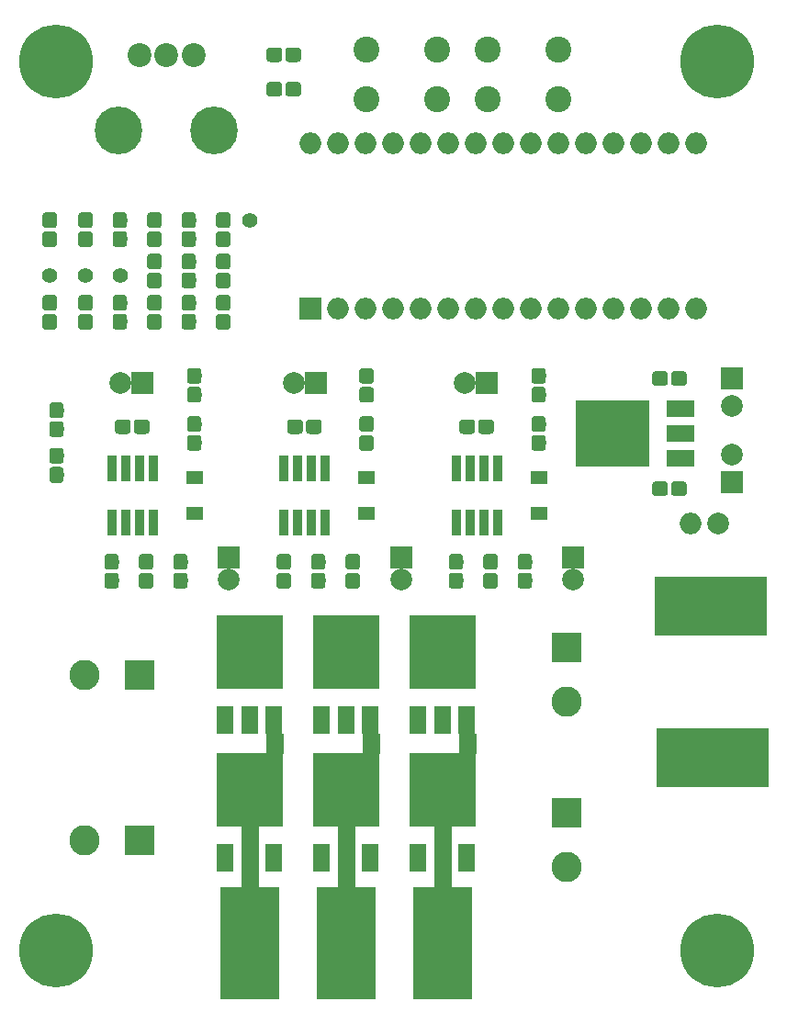
<source format=gts>
G04 #@! TF.GenerationSoftware,KiCad,Pcbnew,(5.1.2)-1*
G04 #@! TF.CreationDate,2019-11-10T18:16:18+09:00*
G04 #@! TF.ProjectId,Inverter,496e7665-7274-4657-922e-6b696361645f,rev?*
G04 #@! TF.SameCoordinates,PX5731c70PY93d1cc0*
G04 #@! TF.FileFunction,Soldermask,Top*
G04 #@! TF.FilePolarity,Negative*
%FSLAX46Y46*%
G04 Gerber Fmt 4.6, Leading zero omitted, Abs format (unit mm)*
G04 Created by KiCad (PCBNEW (5.1.2)-1) date 2019-11-10 18:16:18*
%MOMM*%
%LPD*%
G04 APERTURE LIST*
%ADD10C,0.100000*%
%ADD11R,6.800000X6.200000*%
%ADD12R,2.600000X1.600000*%
%ADD13O,2.000000X2.000000*%
%ADD14R,2.000000X2.000000*%
%ADD15C,1.400000*%
%ADD16C,4.400000*%
%ADD17C,2.200000*%
%ADD18C,2.800000*%
%ADD19R,2.800000X2.800000*%
%ADD20C,2.000000*%
%ADD21C,6.800000*%
%ADD22C,2.400000*%
%ADD23C,1.350000*%
%ADD24R,6.200000X6.800000*%
%ADD25R,1.600000X2.600000*%
%ADD26R,5.400000X10.400000*%
%ADD27R,10.400000X5.400000*%
%ADD28R,0.908000X2.381200*%
%ADD29R,1.600000X1.300000*%
G04 APERTURE END LIST*
D10*
G36*
X41402000Y10795000D02*
G01*
X39878000Y10795000D01*
X39878000Y16510000D01*
X41402000Y16510000D01*
X41402000Y10795000D01*
G37*
X41402000Y10795000D02*
X39878000Y10795000D01*
X39878000Y16510000D01*
X41402000Y16510000D01*
X41402000Y10795000D01*
G36*
X32512000Y10795000D02*
G01*
X30988000Y10795000D01*
X30988000Y16510000D01*
X32512000Y16510000D01*
X32512000Y10795000D01*
G37*
X32512000Y10795000D02*
X30988000Y10795000D01*
X30988000Y16510000D01*
X32512000Y16510000D01*
X32512000Y10795000D01*
G36*
X23622000Y10795000D02*
G01*
X22098000Y10795000D01*
X22098000Y16510000D01*
X23622000Y16510000D01*
X23622000Y10795000D01*
G37*
X23622000Y10795000D02*
X22098000Y10795000D01*
X22098000Y16510000D01*
X23622000Y16510000D01*
X23622000Y10795000D01*
G36*
X43688000Y23241000D02*
G01*
X42164000Y23241000D01*
X42164000Y25019000D01*
X43688000Y25019000D01*
X43688000Y23241000D01*
G37*
X43688000Y23241000D02*
X42164000Y23241000D01*
X42164000Y25019000D01*
X43688000Y25019000D01*
X43688000Y23241000D01*
G36*
X34798000Y23241000D02*
G01*
X33274000Y23241000D01*
X33274000Y25019000D01*
X34798000Y25019000D01*
X34798000Y23241000D01*
G37*
X34798000Y23241000D02*
X33274000Y23241000D01*
X33274000Y25019000D01*
X34798000Y25019000D01*
X34798000Y23241000D01*
G36*
X25908000Y23241000D02*
G01*
X24384000Y23241000D01*
X24384000Y25019000D01*
X25908000Y25019000D01*
X25908000Y23241000D01*
G37*
X25908000Y23241000D02*
X24384000Y23241000D01*
X24384000Y25019000D01*
X25908000Y25019000D01*
X25908000Y23241000D01*
D11*
X56320000Y52705000D03*
D12*
X62620000Y54985000D03*
X62620000Y52705000D03*
X62620000Y50425000D03*
D13*
X64008000Y79502000D03*
X64008000Y64262000D03*
X28448000Y79502000D03*
X61468000Y64262000D03*
X30988000Y79502000D03*
X58928000Y64262000D03*
X33528000Y79502000D03*
X56388000Y64262000D03*
X36068000Y79502000D03*
X53848000Y64262000D03*
X38608000Y79502000D03*
X51308000Y64262000D03*
X41148000Y79502000D03*
X48768000Y64262000D03*
X43688000Y79502000D03*
X46228000Y64262000D03*
X46228000Y79502000D03*
X43688000Y64262000D03*
X48768000Y79502000D03*
X41148000Y64262000D03*
X51308000Y79502000D03*
X38608000Y64262000D03*
X53848000Y79502000D03*
X36068000Y64262000D03*
X56388000Y79502000D03*
X33528000Y64262000D03*
X58928000Y79502000D03*
X30988000Y64262000D03*
X61468000Y79502000D03*
D14*
X28448000Y64262000D03*
D15*
X22860000Y72390000D03*
X4445000Y67310000D03*
X7747000Y67310000D03*
X10922000Y67310000D03*
D16*
X10800000Y80630000D03*
X19600000Y80630000D03*
D17*
X12700000Y87630000D03*
X15200000Y87630000D03*
X17700000Y87630000D03*
D18*
X52070000Y12780000D03*
D19*
X52070000Y17780000D03*
D18*
X52070000Y28020000D03*
D19*
X52070000Y33020000D03*
D18*
X7700000Y15240000D03*
D19*
X12700000Y15240000D03*
D18*
X7700000Y30480000D03*
D19*
X12700000Y30480000D03*
D20*
X67310000Y55285000D03*
D14*
X67310000Y57785000D03*
D20*
X67310000Y50760000D03*
D14*
X67310000Y48260000D03*
D21*
X5000000Y87000000D03*
X66000000Y87000000D03*
X5000000Y5000000D03*
X66000000Y5000000D03*
D22*
X44808000Y83566000D03*
X44808000Y88066000D03*
X51308000Y83566000D03*
X51308000Y88066000D03*
X33632000Y83566000D03*
X33632000Y88066000D03*
X40132000Y83566000D03*
X40132000Y88066000D03*
D10*
G36*
X5450581Y53823375D02*
G01*
X5483343Y53818515D01*
X5515471Y53810467D01*
X5546656Y53799309D01*
X5576596Y53785148D01*
X5605005Y53768121D01*
X5631608Y53748391D01*
X5656149Y53726149D01*
X5678391Y53701608D01*
X5698121Y53675005D01*
X5715148Y53646596D01*
X5729309Y53616656D01*
X5740467Y53585471D01*
X5748515Y53553343D01*
X5753375Y53520581D01*
X5755000Y53487500D01*
X5755000Y52712500D01*
X5753375Y52679419D01*
X5748515Y52646657D01*
X5740467Y52614529D01*
X5729309Y52583344D01*
X5715148Y52553404D01*
X5698121Y52524995D01*
X5678391Y52498392D01*
X5656149Y52473851D01*
X5631608Y52451609D01*
X5605005Y52431879D01*
X5576596Y52414852D01*
X5546656Y52400691D01*
X5515471Y52389533D01*
X5483343Y52381485D01*
X5450581Y52376625D01*
X5417500Y52375000D01*
X4742500Y52375000D01*
X4709419Y52376625D01*
X4676657Y52381485D01*
X4644529Y52389533D01*
X4613344Y52400691D01*
X4583404Y52414852D01*
X4554995Y52431879D01*
X4528392Y52451609D01*
X4503851Y52473851D01*
X4481609Y52498392D01*
X4461879Y52524995D01*
X4444852Y52553404D01*
X4430691Y52583344D01*
X4419533Y52614529D01*
X4411485Y52646657D01*
X4406625Y52679419D01*
X4405000Y52712500D01*
X4405000Y53487500D01*
X4406625Y53520581D01*
X4411485Y53553343D01*
X4419533Y53585471D01*
X4430691Y53616656D01*
X4444852Y53646596D01*
X4461879Y53675005D01*
X4481609Y53701608D01*
X4503851Y53726149D01*
X4528392Y53748391D01*
X4554995Y53768121D01*
X4583404Y53785148D01*
X4613344Y53799309D01*
X4644529Y53810467D01*
X4676657Y53818515D01*
X4709419Y53823375D01*
X4742500Y53825000D01*
X5417500Y53825000D01*
X5450581Y53823375D01*
X5450581Y53823375D01*
G37*
D23*
X5080000Y53100000D03*
D10*
G36*
X5450581Y55573375D02*
G01*
X5483343Y55568515D01*
X5515471Y55560467D01*
X5546656Y55549309D01*
X5576596Y55535148D01*
X5605005Y55518121D01*
X5631608Y55498391D01*
X5656149Y55476149D01*
X5678391Y55451608D01*
X5698121Y55425005D01*
X5715148Y55396596D01*
X5729309Y55366656D01*
X5740467Y55335471D01*
X5748515Y55303343D01*
X5753375Y55270581D01*
X5755000Y55237500D01*
X5755000Y54462500D01*
X5753375Y54429419D01*
X5748515Y54396657D01*
X5740467Y54364529D01*
X5729309Y54333344D01*
X5715148Y54303404D01*
X5698121Y54274995D01*
X5678391Y54248392D01*
X5656149Y54223851D01*
X5631608Y54201609D01*
X5605005Y54181879D01*
X5576596Y54164852D01*
X5546656Y54150691D01*
X5515471Y54139533D01*
X5483343Y54131485D01*
X5450581Y54126625D01*
X5417500Y54125000D01*
X4742500Y54125000D01*
X4709419Y54126625D01*
X4676657Y54131485D01*
X4644529Y54139533D01*
X4613344Y54150691D01*
X4583404Y54164852D01*
X4554995Y54181879D01*
X4528392Y54201609D01*
X4503851Y54223851D01*
X4481609Y54248392D01*
X4461879Y54274995D01*
X4444852Y54303404D01*
X4430691Y54333344D01*
X4419533Y54364529D01*
X4411485Y54396657D01*
X4406625Y54429419D01*
X4405000Y54462500D01*
X4405000Y55237500D01*
X4406625Y55270581D01*
X4411485Y55303343D01*
X4419533Y55335471D01*
X4430691Y55366656D01*
X4444852Y55396596D01*
X4461879Y55425005D01*
X4481609Y55451608D01*
X4503851Y55476149D01*
X4528392Y55498391D01*
X4554995Y55518121D01*
X4583404Y55535148D01*
X4613344Y55549309D01*
X4644529Y55560467D01*
X4676657Y55568515D01*
X4709419Y55573375D01*
X4742500Y55575000D01*
X5417500Y55575000D01*
X5450581Y55573375D01*
X5450581Y55573375D01*
G37*
D23*
X5080000Y54850000D03*
D10*
G36*
X49900581Y54303375D02*
G01*
X49933343Y54298515D01*
X49965471Y54290467D01*
X49996656Y54279309D01*
X50026596Y54265148D01*
X50055005Y54248121D01*
X50081608Y54228391D01*
X50106149Y54206149D01*
X50128391Y54181608D01*
X50148121Y54155005D01*
X50165148Y54126596D01*
X50179309Y54096656D01*
X50190467Y54065471D01*
X50198515Y54033343D01*
X50203375Y54000581D01*
X50205000Y53967500D01*
X50205000Y53192500D01*
X50203375Y53159419D01*
X50198515Y53126657D01*
X50190467Y53094529D01*
X50179309Y53063344D01*
X50165148Y53033404D01*
X50148121Y53004995D01*
X50128391Y52978392D01*
X50106149Y52953851D01*
X50081608Y52931609D01*
X50055005Y52911879D01*
X50026596Y52894852D01*
X49996656Y52880691D01*
X49965471Y52869533D01*
X49933343Y52861485D01*
X49900581Y52856625D01*
X49867500Y52855000D01*
X49192500Y52855000D01*
X49159419Y52856625D01*
X49126657Y52861485D01*
X49094529Y52869533D01*
X49063344Y52880691D01*
X49033404Y52894852D01*
X49004995Y52911879D01*
X48978392Y52931609D01*
X48953851Y52953851D01*
X48931609Y52978392D01*
X48911879Y53004995D01*
X48894852Y53033404D01*
X48880691Y53063344D01*
X48869533Y53094529D01*
X48861485Y53126657D01*
X48856625Y53159419D01*
X48855000Y53192500D01*
X48855000Y53967500D01*
X48856625Y54000581D01*
X48861485Y54033343D01*
X48869533Y54065471D01*
X48880691Y54096656D01*
X48894852Y54126596D01*
X48911879Y54155005D01*
X48931609Y54181608D01*
X48953851Y54206149D01*
X48978392Y54228391D01*
X49004995Y54248121D01*
X49033404Y54265148D01*
X49063344Y54279309D01*
X49094529Y54290467D01*
X49126657Y54298515D01*
X49159419Y54303375D01*
X49192500Y54305000D01*
X49867500Y54305000D01*
X49900581Y54303375D01*
X49900581Y54303375D01*
G37*
D23*
X49530000Y53580000D03*
D10*
G36*
X49900581Y52553375D02*
G01*
X49933343Y52548515D01*
X49965471Y52540467D01*
X49996656Y52529309D01*
X50026596Y52515148D01*
X50055005Y52498121D01*
X50081608Y52478391D01*
X50106149Y52456149D01*
X50128391Y52431608D01*
X50148121Y52405005D01*
X50165148Y52376596D01*
X50179309Y52346656D01*
X50190467Y52315471D01*
X50198515Y52283343D01*
X50203375Y52250581D01*
X50205000Y52217500D01*
X50205000Y51442500D01*
X50203375Y51409419D01*
X50198515Y51376657D01*
X50190467Y51344529D01*
X50179309Y51313344D01*
X50165148Y51283404D01*
X50148121Y51254995D01*
X50128391Y51228392D01*
X50106149Y51203851D01*
X50081608Y51181609D01*
X50055005Y51161879D01*
X50026596Y51144852D01*
X49996656Y51130691D01*
X49965471Y51119533D01*
X49933343Y51111485D01*
X49900581Y51106625D01*
X49867500Y51105000D01*
X49192500Y51105000D01*
X49159419Y51106625D01*
X49126657Y51111485D01*
X49094529Y51119533D01*
X49063344Y51130691D01*
X49033404Y51144852D01*
X49004995Y51161879D01*
X48978392Y51181609D01*
X48953851Y51203851D01*
X48931609Y51228392D01*
X48911879Y51254995D01*
X48894852Y51283404D01*
X48880691Y51313344D01*
X48869533Y51344529D01*
X48861485Y51376657D01*
X48856625Y51409419D01*
X48855000Y51442500D01*
X48855000Y52217500D01*
X48856625Y52250581D01*
X48861485Y52283343D01*
X48869533Y52315471D01*
X48880691Y52346656D01*
X48894852Y52376596D01*
X48911879Y52405005D01*
X48931609Y52431608D01*
X48953851Y52456149D01*
X48978392Y52478391D01*
X49004995Y52498121D01*
X49033404Y52515148D01*
X49063344Y52529309D01*
X49094529Y52540467D01*
X49126657Y52548515D01*
X49159419Y52553375D01*
X49192500Y52555000D01*
X49867500Y52555000D01*
X49900581Y52553375D01*
X49900581Y52553375D01*
G37*
D23*
X49530000Y51830000D03*
D10*
G36*
X34025581Y54303375D02*
G01*
X34058343Y54298515D01*
X34090471Y54290467D01*
X34121656Y54279309D01*
X34151596Y54265148D01*
X34180005Y54248121D01*
X34206608Y54228391D01*
X34231149Y54206149D01*
X34253391Y54181608D01*
X34273121Y54155005D01*
X34290148Y54126596D01*
X34304309Y54096656D01*
X34315467Y54065471D01*
X34323515Y54033343D01*
X34328375Y54000581D01*
X34330000Y53967500D01*
X34330000Y53192500D01*
X34328375Y53159419D01*
X34323515Y53126657D01*
X34315467Y53094529D01*
X34304309Y53063344D01*
X34290148Y53033404D01*
X34273121Y53004995D01*
X34253391Y52978392D01*
X34231149Y52953851D01*
X34206608Y52931609D01*
X34180005Y52911879D01*
X34151596Y52894852D01*
X34121656Y52880691D01*
X34090471Y52869533D01*
X34058343Y52861485D01*
X34025581Y52856625D01*
X33992500Y52855000D01*
X33317500Y52855000D01*
X33284419Y52856625D01*
X33251657Y52861485D01*
X33219529Y52869533D01*
X33188344Y52880691D01*
X33158404Y52894852D01*
X33129995Y52911879D01*
X33103392Y52931609D01*
X33078851Y52953851D01*
X33056609Y52978392D01*
X33036879Y53004995D01*
X33019852Y53033404D01*
X33005691Y53063344D01*
X32994533Y53094529D01*
X32986485Y53126657D01*
X32981625Y53159419D01*
X32980000Y53192500D01*
X32980000Y53967500D01*
X32981625Y54000581D01*
X32986485Y54033343D01*
X32994533Y54065471D01*
X33005691Y54096656D01*
X33019852Y54126596D01*
X33036879Y54155005D01*
X33056609Y54181608D01*
X33078851Y54206149D01*
X33103392Y54228391D01*
X33129995Y54248121D01*
X33158404Y54265148D01*
X33188344Y54279309D01*
X33219529Y54290467D01*
X33251657Y54298515D01*
X33284419Y54303375D01*
X33317500Y54305000D01*
X33992500Y54305000D01*
X34025581Y54303375D01*
X34025581Y54303375D01*
G37*
D23*
X33655000Y53580000D03*
D10*
G36*
X34025581Y52553375D02*
G01*
X34058343Y52548515D01*
X34090471Y52540467D01*
X34121656Y52529309D01*
X34151596Y52515148D01*
X34180005Y52498121D01*
X34206608Y52478391D01*
X34231149Y52456149D01*
X34253391Y52431608D01*
X34273121Y52405005D01*
X34290148Y52376596D01*
X34304309Y52346656D01*
X34315467Y52315471D01*
X34323515Y52283343D01*
X34328375Y52250581D01*
X34330000Y52217500D01*
X34330000Y51442500D01*
X34328375Y51409419D01*
X34323515Y51376657D01*
X34315467Y51344529D01*
X34304309Y51313344D01*
X34290148Y51283404D01*
X34273121Y51254995D01*
X34253391Y51228392D01*
X34231149Y51203851D01*
X34206608Y51181609D01*
X34180005Y51161879D01*
X34151596Y51144852D01*
X34121656Y51130691D01*
X34090471Y51119533D01*
X34058343Y51111485D01*
X34025581Y51106625D01*
X33992500Y51105000D01*
X33317500Y51105000D01*
X33284419Y51106625D01*
X33251657Y51111485D01*
X33219529Y51119533D01*
X33188344Y51130691D01*
X33158404Y51144852D01*
X33129995Y51161879D01*
X33103392Y51181609D01*
X33078851Y51203851D01*
X33056609Y51228392D01*
X33036879Y51254995D01*
X33019852Y51283404D01*
X33005691Y51313344D01*
X32994533Y51344529D01*
X32986485Y51376657D01*
X32981625Y51409419D01*
X32980000Y51442500D01*
X32980000Y52217500D01*
X32981625Y52250581D01*
X32986485Y52283343D01*
X32994533Y52315471D01*
X33005691Y52346656D01*
X33019852Y52376596D01*
X33036879Y52405005D01*
X33056609Y52431608D01*
X33078851Y52456149D01*
X33103392Y52478391D01*
X33129995Y52498121D01*
X33158404Y52515148D01*
X33188344Y52529309D01*
X33219529Y52540467D01*
X33251657Y52548515D01*
X33284419Y52553375D01*
X33317500Y52555000D01*
X33992500Y52555000D01*
X34025581Y52553375D01*
X34025581Y52553375D01*
G37*
D23*
X33655000Y51830000D03*
D10*
G36*
X18150581Y54303375D02*
G01*
X18183343Y54298515D01*
X18215471Y54290467D01*
X18246656Y54279309D01*
X18276596Y54265148D01*
X18305005Y54248121D01*
X18331608Y54228391D01*
X18356149Y54206149D01*
X18378391Y54181608D01*
X18398121Y54155005D01*
X18415148Y54126596D01*
X18429309Y54096656D01*
X18440467Y54065471D01*
X18448515Y54033343D01*
X18453375Y54000581D01*
X18455000Y53967500D01*
X18455000Y53192500D01*
X18453375Y53159419D01*
X18448515Y53126657D01*
X18440467Y53094529D01*
X18429309Y53063344D01*
X18415148Y53033404D01*
X18398121Y53004995D01*
X18378391Y52978392D01*
X18356149Y52953851D01*
X18331608Y52931609D01*
X18305005Y52911879D01*
X18276596Y52894852D01*
X18246656Y52880691D01*
X18215471Y52869533D01*
X18183343Y52861485D01*
X18150581Y52856625D01*
X18117500Y52855000D01*
X17442500Y52855000D01*
X17409419Y52856625D01*
X17376657Y52861485D01*
X17344529Y52869533D01*
X17313344Y52880691D01*
X17283404Y52894852D01*
X17254995Y52911879D01*
X17228392Y52931609D01*
X17203851Y52953851D01*
X17181609Y52978392D01*
X17161879Y53004995D01*
X17144852Y53033404D01*
X17130691Y53063344D01*
X17119533Y53094529D01*
X17111485Y53126657D01*
X17106625Y53159419D01*
X17105000Y53192500D01*
X17105000Y53967500D01*
X17106625Y54000581D01*
X17111485Y54033343D01*
X17119533Y54065471D01*
X17130691Y54096656D01*
X17144852Y54126596D01*
X17161879Y54155005D01*
X17181609Y54181608D01*
X17203851Y54206149D01*
X17228392Y54228391D01*
X17254995Y54248121D01*
X17283404Y54265148D01*
X17313344Y54279309D01*
X17344529Y54290467D01*
X17376657Y54298515D01*
X17409419Y54303375D01*
X17442500Y54305000D01*
X18117500Y54305000D01*
X18150581Y54303375D01*
X18150581Y54303375D01*
G37*
D23*
X17780000Y53580000D03*
D10*
G36*
X18150581Y52553375D02*
G01*
X18183343Y52548515D01*
X18215471Y52540467D01*
X18246656Y52529309D01*
X18276596Y52515148D01*
X18305005Y52498121D01*
X18331608Y52478391D01*
X18356149Y52456149D01*
X18378391Y52431608D01*
X18398121Y52405005D01*
X18415148Y52376596D01*
X18429309Y52346656D01*
X18440467Y52315471D01*
X18448515Y52283343D01*
X18453375Y52250581D01*
X18455000Y52217500D01*
X18455000Y51442500D01*
X18453375Y51409419D01*
X18448515Y51376657D01*
X18440467Y51344529D01*
X18429309Y51313344D01*
X18415148Y51283404D01*
X18398121Y51254995D01*
X18378391Y51228392D01*
X18356149Y51203851D01*
X18331608Y51181609D01*
X18305005Y51161879D01*
X18276596Y51144852D01*
X18246656Y51130691D01*
X18215471Y51119533D01*
X18183343Y51111485D01*
X18150581Y51106625D01*
X18117500Y51105000D01*
X17442500Y51105000D01*
X17409419Y51106625D01*
X17376657Y51111485D01*
X17344529Y51119533D01*
X17313344Y51130691D01*
X17283404Y51144852D01*
X17254995Y51161879D01*
X17228392Y51181609D01*
X17203851Y51203851D01*
X17181609Y51228392D01*
X17161879Y51254995D01*
X17144852Y51283404D01*
X17130691Y51313344D01*
X17119533Y51344529D01*
X17111485Y51376657D01*
X17106625Y51409419D01*
X17105000Y51442500D01*
X17105000Y52217500D01*
X17106625Y52250581D01*
X17111485Y52283343D01*
X17119533Y52315471D01*
X17130691Y52346656D01*
X17144852Y52376596D01*
X17161879Y52405005D01*
X17181609Y52431608D01*
X17203851Y52456149D01*
X17228392Y52478391D01*
X17254995Y52498121D01*
X17283404Y52515148D01*
X17313344Y52529309D01*
X17344529Y52540467D01*
X17376657Y52548515D01*
X17409419Y52553375D01*
X17442500Y52555000D01*
X18117500Y52555000D01*
X18150581Y52553375D01*
X18150581Y52553375D01*
G37*
D23*
X17780000Y51830000D03*
D10*
G36*
X20817581Y71349375D02*
G01*
X20850343Y71344515D01*
X20882471Y71336467D01*
X20913656Y71325309D01*
X20943596Y71311148D01*
X20972005Y71294121D01*
X20998608Y71274391D01*
X21023149Y71252149D01*
X21045391Y71227608D01*
X21065121Y71201005D01*
X21082148Y71172596D01*
X21096309Y71142656D01*
X21107467Y71111471D01*
X21115515Y71079343D01*
X21120375Y71046581D01*
X21122000Y71013500D01*
X21122000Y70238500D01*
X21120375Y70205419D01*
X21115515Y70172657D01*
X21107467Y70140529D01*
X21096309Y70109344D01*
X21082148Y70079404D01*
X21065121Y70050995D01*
X21045391Y70024392D01*
X21023149Y69999851D01*
X20998608Y69977609D01*
X20972005Y69957879D01*
X20943596Y69940852D01*
X20913656Y69926691D01*
X20882471Y69915533D01*
X20850343Y69907485D01*
X20817581Y69902625D01*
X20784500Y69901000D01*
X20109500Y69901000D01*
X20076419Y69902625D01*
X20043657Y69907485D01*
X20011529Y69915533D01*
X19980344Y69926691D01*
X19950404Y69940852D01*
X19921995Y69957879D01*
X19895392Y69977609D01*
X19870851Y69999851D01*
X19848609Y70024392D01*
X19828879Y70050995D01*
X19811852Y70079404D01*
X19797691Y70109344D01*
X19786533Y70140529D01*
X19778485Y70172657D01*
X19773625Y70205419D01*
X19772000Y70238500D01*
X19772000Y71013500D01*
X19773625Y71046581D01*
X19778485Y71079343D01*
X19786533Y71111471D01*
X19797691Y71142656D01*
X19811852Y71172596D01*
X19828879Y71201005D01*
X19848609Y71227608D01*
X19870851Y71252149D01*
X19895392Y71274391D01*
X19921995Y71294121D01*
X19950404Y71311148D01*
X19980344Y71325309D01*
X20011529Y71336467D01*
X20043657Y71344515D01*
X20076419Y71349375D01*
X20109500Y71351000D01*
X20784500Y71351000D01*
X20817581Y71349375D01*
X20817581Y71349375D01*
G37*
D23*
X20447000Y70626000D03*
D10*
G36*
X20817581Y73099375D02*
G01*
X20850343Y73094515D01*
X20882471Y73086467D01*
X20913656Y73075309D01*
X20943596Y73061148D01*
X20972005Y73044121D01*
X20998608Y73024391D01*
X21023149Y73002149D01*
X21045391Y72977608D01*
X21065121Y72951005D01*
X21082148Y72922596D01*
X21096309Y72892656D01*
X21107467Y72861471D01*
X21115515Y72829343D01*
X21120375Y72796581D01*
X21122000Y72763500D01*
X21122000Y71988500D01*
X21120375Y71955419D01*
X21115515Y71922657D01*
X21107467Y71890529D01*
X21096309Y71859344D01*
X21082148Y71829404D01*
X21065121Y71800995D01*
X21045391Y71774392D01*
X21023149Y71749851D01*
X20998608Y71727609D01*
X20972005Y71707879D01*
X20943596Y71690852D01*
X20913656Y71676691D01*
X20882471Y71665533D01*
X20850343Y71657485D01*
X20817581Y71652625D01*
X20784500Y71651000D01*
X20109500Y71651000D01*
X20076419Y71652625D01*
X20043657Y71657485D01*
X20011529Y71665533D01*
X19980344Y71676691D01*
X19950404Y71690852D01*
X19921995Y71707879D01*
X19895392Y71727609D01*
X19870851Y71749851D01*
X19848609Y71774392D01*
X19828879Y71800995D01*
X19811852Y71829404D01*
X19797691Y71859344D01*
X19786533Y71890529D01*
X19778485Y71922657D01*
X19773625Y71955419D01*
X19772000Y71988500D01*
X19772000Y72763500D01*
X19773625Y72796581D01*
X19778485Y72829343D01*
X19786533Y72861471D01*
X19797691Y72892656D01*
X19811852Y72922596D01*
X19828879Y72951005D01*
X19848609Y72977608D01*
X19870851Y73002149D01*
X19895392Y73024391D01*
X19921995Y73044121D01*
X19950404Y73061148D01*
X19980344Y73075309D01*
X20011529Y73086467D01*
X20043657Y73094515D01*
X20076419Y73099375D01*
X20109500Y73101000D01*
X20784500Y73101000D01*
X20817581Y73099375D01*
X20817581Y73099375D01*
G37*
D23*
X20447000Y72376000D03*
D10*
G36*
X17642581Y71349375D02*
G01*
X17675343Y71344515D01*
X17707471Y71336467D01*
X17738656Y71325309D01*
X17768596Y71311148D01*
X17797005Y71294121D01*
X17823608Y71274391D01*
X17848149Y71252149D01*
X17870391Y71227608D01*
X17890121Y71201005D01*
X17907148Y71172596D01*
X17921309Y71142656D01*
X17932467Y71111471D01*
X17940515Y71079343D01*
X17945375Y71046581D01*
X17947000Y71013500D01*
X17947000Y70238500D01*
X17945375Y70205419D01*
X17940515Y70172657D01*
X17932467Y70140529D01*
X17921309Y70109344D01*
X17907148Y70079404D01*
X17890121Y70050995D01*
X17870391Y70024392D01*
X17848149Y69999851D01*
X17823608Y69977609D01*
X17797005Y69957879D01*
X17768596Y69940852D01*
X17738656Y69926691D01*
X17707471Y69915533D01*
X17675343Y69907485D01*
X17642581Y69902625D01*
X17609500Y69901000D01*
X16934500Y69901000D01*
X16901419Y69902625D01*
X16868657Y69907485D01*
X16836529Y69915533D01*
X16805344Y69926691D01*
X16775404Y69940852D01*
X16746995Y69957879D01*
X16720392Y69977609D01*
X16695851Y69999851D01*
X16673609Y70024392D01*
X16653879Y70050995D01*
X16636852Y70079404D01*
X16622691Y70109344D01*
X16611533Y70140529D01*
X16603485Y70172657D01*
X16598625Y70205419D01*
X16597000Y70238500D01*
X16597000Y71013500D01*
X16598625Y71046581D01*
X16603485Y71079343D01*
X16611533Y71111471D01*
X16622691Y71142656D01*
X16636852Y71172596D01*
X16653879Y71201005D01*
X16673609Y71227608D01*
X16695851Y71252149D01*
X16720392Y71274391D01*
X16746995Y71294121D01*
X16775404Y71311148D01*
X16805344Y71325309D01*
X16836529Y71336467D01*
X16868657Y71344515D01*
X16901419Y71349375D01*
X16934500Y71351000D01*
X17609500Y71351000D01*
X17642581Y71349375D01*
X17642581Y71349375D01*
G37*
D23*
X17272000Y70626000D03*
D10*
G36*
X17642581Y73099375D02*
G01*
X17675343Y73094515D01*
X17707471Y73086467D01*
X17738656Y73075309D01*
X17768596Y73061148D01*
X17797005Y73044121D01*
X17823608Y73024391D01*
X17848149Y73002149D01*
X17870391Y72977608D01*
X17890121Y72951005D01*
X17907148Y72922596D01*
X17921309Y72892656D01*
X17932467Y72861471D01*
X17940515Y72829343D01*
X17945375Y72796581D01*
X17947000Y72763500D01*
X17947000Y71988500D01*
X17945375Y71955419D01*
X17940515Y71922657D01*
X17932467Y71890529D01*
X17921309Y71859344D01*
X17907148Y71829404D01*
X17890121Y71800995D01*
X17870391Y71774392D01*
X17848149Y71749851D01*
X17823608Y71727609D01*
X17797005Y71707879D01*
X17768596Y71690852D01*
X17738656Y71676691D01*
X17707471Y71665533D01*
X17675343Y71657485D01*
X17642581Y71652625D01*
X17609500Y71651000D01*
X16934500Y71651000D01*
X16901419Y71652625D01*
X16868657Y71657485D01*
X16836529Y71665533D01*
X16805344Y71676691D01*
X16775404Y71690852D01*
X16746995Y71707879D01*
X16720392Y71727609D01*
X16695851Y71749851D01*
X16673609Y71774392D01*
X16653879Y71800995D01*
X16636852Y71829404D01*
X16622691Y71859344D01*
X16611533Y71890529D01*
X16603485Y71922657D01*
X16598625Y71955419D01*
X16597000Y71988500D01*
X16597000Y72763500D01*
X16598625Y72796581D01*
X16603485Y72829343D01*
X16611533Y72861471D01*
X16622691Y72892656D01*
X16636852Y72922596D01*
X16653879Y72951005D01*
X16673609Y72977608D01*
X16695851Y73002149D01*
X16720392Y73024391D01*
X16746995Y73044121D01*
X16775404Y73061148D01*
X16805344Y73075309D01*
X16836529Y73086467D01*
X16868657Y73094515D01*
X16901419Y73099375D01*
X16934500Y73101000D01*
X17609500Y73101000D01*
X17642581Y73099375D01*
X17642581Y73099375D01*
G37*
D23*
X17272000Y72376000D03*
D10*
G36*
X14467581Y71349375D02*
G01*
X14500343Y71344515D01*
X14532471Y71336467D01*
X14563656Y71325309D01*
X14593596Y71311148D01*
X14622005Y71294121D01*
X14648608Y71274391D01*
X14673149Y71252149D01*
X14695391Y71227608D01*
X14715121Y71201005D01*
X14732148Y71172596D01*
X14746309Y71142656D01*
X14757467Y71111471D01*
X14765515Y71079343D01*
X14770375Y71046581D01*
X14772000Y71013500D01*
X14772000Y70238500D01*
X14770375Y70205419D01*
X14765515Y70172657D01*
X14757467Y70140529D01*
X14746309Y70109344D01*
X14732148Y70079404D01*
X14715121Y70050995D01*
X14695391Y70024392D01*
X14673149Y69999851D01*
X14648608Y69977609D01*
X14622005Y69957879D01*
X14593596Y69940852D01*
X14563656Y69926691D01*
X14532471Y69915533D01*
X14500343Y69907485D01*
X14467581Y69902625D01*
X14434500Y69901000D01*
X13759500Y69901000D01*
X13726419Y69902625D01*
X13693657Y69907485D01*
X13661529Y69915533D01*
X13630344Y69926691D01*
X13600404Y69940852D01*
X13571995Y69957879D01*
X13545392Y69977609D01*
X13520851Y69999851D01*
X13498609Y70024392D01*
X13478879Y70050995D01*
X13461852Y70079404D01*
X13447691Y70109344D01*
X13436533Y70140529D01*
X13428485Y70172657D01*
X13423625Y70205419D01*
X13422000Y70238500D01*
X13422000Y71013500D01*
X13423625Y71046581D01*
X13428485Y71079343D01*
X13436533Y71111471D01*
X13447691Y71142656D01*
X13461852Y71172596D01*
X13478879Y71201005D01*
X13498609Y71227608D01*
X13520851Y71252149D01*
X13545392Y71274391D01*
X13571995Y71294121D01*
X13600404Y71311148D01*
X13630344Y71325309D01*
X13661529Y71336467D01*
X13693657Y71344515D01*
X13726419Y71349375D01*
X13759500Y71351000D01*
X14434500Y71351000D01*
X14467581Y71349375D01*
X14467581Y71349375D01*
G37*
D23*
X14097000Y70626000D03*
D10*
G36*
X14467581Y73099375D02*
G01*
X14500343Y73094515D01*
X14532471Y73086467D01*
X14563656Y73075309D01*
X14593596Y73061148D01*
X14622005Y73044121D01*
X14648608Y73024391D01*
X14673149Y73002149D01*
X14695391Y72977608D01*
X14715121Y72951005D01*
X14732148Y72922596D01*
X14746309Y72892656D01*
X14757467Y72861471D01*
X14765515Y72829343D01*
X14770375Y72796581D01*
X14772000Y72763500D01*
X14772000Y71988500D01*
X14770375Y71955419D01*
X14765515Y71922657D01*
X14757467Y71890529D01*
X14746309Y71859344D01*
X14732148Y71829404D01*
X14715121Y71800995D01*
X14695391Y71774392D01*
X14673149Y71749851D01*
X14648608Y71727609D01*
X14622005Y71707879D01*
X14593596Y71690852D01*
X14563656Y71676691D01*
X14532471Y71665533D01*
X14500343Y71657485D01*
X14467581Y71652625D01*
X14434500Y71651000D01*
X13759500Y71651000D01*
X13726419Y71652625D01*
X13693657Y71657485D01*
X13661529Y71665533D01*
X13630344Y71676691D01*
X13600404Y71690852D01*
X13571995Y71707879D01*
X13545392Y71727609D01*
X13520851Y71749851D01*
X13498609Y71774392D01*
X13478879Y71800995D01*
X13461852Y71829404D01*
X13447691Y71859344D01*
X13436533Y71890529D01*
X13428485Y71922657D01*
X13423625Y71955419D01*
X13422000Y71988500D01*
X13422000Y72763500D01*
X13423625Y72796581D01*
X13428485Y72829343D01*
X13436533Y72861471D01*
X13447691Y72892656D01*
X13461852Y72922596D01*
X13478879Y72951005D01*
X13498609Y72977608D01*
X13520851Y73002149D01*
X13545392Y73024391D01*
X13571995Y73044121D01*
X13600404Y73061148D01*
X13630344Y73075309D01*
X13661529Y73086467D01*
X13693657Y73094515D01*
X13726419Y73099375D01*
X13759500Y73101000D01*
X14434500Y73101000D01*
X14467581Y73099375D01*
X14467581Y73099375D01*
G37*
D23*
X14097000Y72376000D03*
D10*
G36*
X20817581Y69289375D02*
G01*
X20850343Y69284515D01*
X20882471Y69276467D01*
X20913656Y69265309D01*
X20943596Y69251148D01*
X20972005Y69234121D01*
X20998608Y69214391D01*
X21023149Y69192149D01*
X21045391Y69167608D01*
X21065121Y69141005D01*
X21082148Y69112596D01*
X21096309Y69082656D01*
X21107467Y69051471D01*
X21115515Y69019343D01*
X21120375Y68986581D01*
X21122000Y68953500D01*
X21122000Y68178500D01*
X21120375Y68145419D01*
X21115515Y68112657D01*
X21107467Y68080529D01*
X21096309Y68049344D01*
X21082148Y68019404D01*
X21065121Y67990995D01*
X21045391Y67964392D01*
X21023149Y67939851D01*
X20998608Y67917609D01*
X20972005Y67897879D01*
X20943596Y67880852D01*
X20913656Y67866691D01*
X20882471Y67855533D01*
X20850343Y67847485D01*
X20817581Y67842625D01*
X20784500Y67841000D01*
X20109500Y67841000D01*
X20076419Y67842625D01*
X20043657Y67847485D01*
X20011529Y67855533D01*
X19980344Y67866691D01*
X19950404Y67880852D01*
X19921995Y67897879D01*
X19895392Y67917609D01*
X19870851Y67939851D01*
X19848609Y67964392D01*
X19828879Y67990995D01*
X19811852Y68019404D01*
X19797691Y68049344D01*
X19786533Y68080529D01*
X19778485Y68112657D01*
X19773625Y68145419D01*
X19772000Y68178500D01*
X19772000Y68953500D01*
X19773625Y68986581D01*
X19778485Y69019343D01*
X19786533Y69051471D01*
X19797691Y69082656D01*
X19811852Y69112596D01*
X19828879Y69141005D01*
X19848609Y69167608D01*
X19870851Y69192149D01*
X19895392Y69214391D01*
X19921995Y69234121D01*
X19950404Y69251148D01*
X19980344Y69265309D01*
X20011529Y69276467D01*
X20043657Y69284515D01*
X20076419Y69289375D01*
X20109500Y69291000D01*
X20784500Y69291000D01*
X20817581Y69289375D01*
X20817581Y69289375D01*
G37*
D23*
X20447000Y68566000D03*
D10*
G36*
X20817581Y67539375D02*
G01*
X20850343Y67534515D01*
X20882471Y67526467D01*
X20913656Y67515309D01*
X20943596Y67501148D01*
X20972005Y67484121D01*
X20998608Y67464391D01*
X21023149Y67442149D01*
X21045391Y67417608D01*
X21065121Y67391005D01*
X21082148Y67362596D01*
X21096309Y67332656D01*
X21107467Y67301471D01*
X21115515Y67269343D01*
X21120375Y67236581D01*
X21122000Y67203500D01*
X21122000Y66428500D01*
X21120375Y66395419D01*
X21115515Y66362657D01*
X21107467Y66330529D01*
X21096309Y66299344D01*
X21082148Y66269404D01*
X21065121Y66240995D01*
X21045391Y66214392D01*
X21023149Y66189851D01*
X20998608Y66167609D01*
X20972005Y66147879D01*
X20943596Y66130852D01*
X20913656Y66116691D01*
X20882471Y66105533D01*
X20850343Y66097485D01*
X20817581Y66092625D01*
X20784500Y66091000D01*
X20109500Y66091000D01*
X20076419Y66092625D01*
X20043657Y66097485D01*
X20011529Y66105533D01*
X19980344Y66116691D01*
X19950404Y66130852D01*
X19921995Y66147879D01*
X19895392Y66167609D01*
X19870851Y66189851D01*
X19848609Y66214392D01*
X19828879Y66240995D01*
X19811852Y66269404D01*
X19797691Y66299344D01*
X19786533Y66330529D01*
X19778485Y66362657D01*
X19773625Y66395419D01*
X19772000Y66428500D01*
X19772000Y67203500D01*
X19773625Y67236581D01*
X19778485Y67269343D01*
X19786533Y67301471D01*
X19797691Y67332656D01*
X19811852Y67362596D01*
X19828879Y67391005D01*
X19848609Y67417608D01*
X19870851Y67442149D01*
X19895392Y67464391D01*
X19921995Y67484121D01*
X19950404Y67501148D01*
X19980344Y67515309D01*
X20011529Y67526467D01*
X20043657Y67534515D01*
X20076419Y67539375D01*
X20109500Y67541000D01*
X20784500Y67541000D01*
X20817581Y67539375D01*
X20817581Y67539375D01*
G37*
D23*
X20447000Y66816000D03*
D10*
G36*
X20817581Y65479375D02*
G01*
X20850343Y65474515D01*
X20882471Y65466467D01*
X20913656Y65455309D01*
X20943596Y65441148D01*
X20972005Y65424121D01*
X20998608Y65404391D01*
X21023149Y65382149D01*
X21045391Y65357608D01*
X21065121Y65331005D01*
X21082148Y65302596D01*
X21096309Y65272656D01*
X21107467Y65241471D01*
X21115515Y65209343D01*
X21120375Y65176581D01*
X21122000Y65143500D01*
X21122000Y64368500D01*
X21120375Y64335419D01*
X21115515Y64302657D01*
X21107467Y64270529D01*
X21096309Y64239344D01*
X21082148Y64209404D01*
X21065121Y64180995D01*
X21045391Y64154392D01*
X21023149Y64129851D01*
X20998608Y64107609D01*
X20972005Y64087879D01*
X20943596Y64070852D01*
X20913656Y64056691D01*
X20882471Y64045533D01*
X20850343Y64037485D01*
X20817581Y64032625D01*
X20784500Y64031000D01*
X20109500Y64031000D01*
X20076419Y64032625D01*
X20043657Y64037485D01*
X20011529Y64045533D01*
X19980344Y64056691D01*
X19950404Y64070852D01*
X19921995Y64087879D01*
X19895392Y64107609D01*
X19870851Y64129851D01*
X19848609Y64154392D01*
X19828879Y64180995D01*
X19811852Y64209404D01*
X19797691Y64239344D01*
X19786533Y64270529D01*
X19778485Y64302657D01*
X19773625Y64335419D01*
X19772000Y64368500D01*
X19772000Y65143500D01*
X19773625Y65176581D01*
X19778485Y65209343D01*
X19786533Y65241471D01*
X19797691Y65272656D01*
X19811852Y65302596D01*
X19828879Y65331005D01*
X19848609Y65357608D01*
X19870851Y65382149D01*
X19895392Y65404391D01*
X19921995Y65424121D01*
X19950404Y65441148D01*
X19980344Y65455309D01*
X20011529Y65466467D01*
X20043657Y65474515D01*
X20076419Y65479375D01*
X20109500Y65481000D01*
X20784500Y65481000D01*
X20817581Y65479375D01*
X20817581Y65479375D01*
G37*
D23*
X20447000Y64756000D03*
D10*
G36*
X20817581Y63729375D02*
G01*
X20850343Y63724515D01*
X20882471Y63716467D01*
X20913656Y63705309D01*
X20943596Y63691148D01*
X20972005Y63674121D01*
X20998608Y63654391D01*
X21023149Y63632149D01*
X21045391Y63607608D01*
X21065121Y63581005D01*
X21082148Y63552596D01*
X21096309Y63522656D01*
X21107467Y63491471D01*
X21115515Y63459343D01*
X21120375Y63426581D01*
X21122000Y63393500D01*
X21122000Y62618500D01*
X21120375Y62585419D01*
X21115515Y62552657D01*
X21107467Y62520529D01*
X21096309Y62489344D01*
X21082148Y62459404D01*
X21065121Y62430995D01*
X21045391Y62404392D01*
X21023149Y62379851D01*
X20998608Y62357609D01*
X20972005Y62337879D01*
X20943596Y62320852D01*
X20913656Y62306691D01*
X20882471Y62295533D01*
X20850343Y62287485D01*
X20817581Y62282625D01*
X20784500Y62281000D01*
X20109500Y62281000D01*
X20076419Y62282625D01*
X20043657Y62287485D01*
X20011529Y62295533D01*
X19980344Y62306691D01*
X19950404Y62320852D01*
X19921995Y62337879D01*
X19895392Y62357609D01*
X19870851Y62379851D01*
X19848609Y62404392D01*
X19828879Y62430995D01*
X19811852Y62459404D01*
X19797691Y62489344D01*
X19786533Y62520529D01*
X19778485Y62552657D01*
X19773625Y62585419D01*
X19772000Y62618500D01*
X19772000Y63393500D01*
X19773625Y63426581D01*
X19778485Y63459343D01*
X19786533Y63491471D01*
X19797691Y63522656D01*
X19811852Y63552596D01*
X19828879Y63581005D01*
X19848609Y63607608D01*
X19870851Y63632149D01*
X19895392Y63654391D01*
X19921995Y63674121D01*
X19950404Y63691148D01*
X19980344Y63705309D01*
X20011529Y63716467D01*
X20043657Y63724515D01*
X20076419Y63729375D01*
X20109500Y63731000D01*
X20784500Y63731000D01*
X20817581Y63729375D01*
X20817581Y63729375D01*
G37*
D23*
X20447000Y63006000D03*
D10*
G36*
X17642581Y69289375D02*
G01*
X17675343Y69284515D01*
X17707471Y69276467D01*
X17738656Y69265309D01*
X17768596Y69251148D01*
X17797005Y69234121D01*
X17823608Y69214391D01*
X17848149Y69192149D01*
X17870391Y69167608D01*
X17890121Y69141005D01*
X17907148Y69112596D01*
X17921309Y69082656D01*
X17932467Y69051471D01*
X17940515Y69019343D01*
X17945375Y68986581D01*
X17947000Y68953500D01*
X17947000Y68178500D01*
X17945375Y68145419D01*
X17940515Y68112657D01*
X17932467Y68080529D01*
X17921309Y68049344D01*
X17907148Y68019404D01*
X17890121Y67990995D01*
X17870391Y67964392D01*
X17848149Y67939851D01*
X17823608Y67917609D01*
X17797005Y67897879D01*
X17768596Y67880852D01*
X17738656Y67866691D01*
X17707471Y67855533D01*
X17675343Y67847485D01*
X17642581Y67842625D01*
X17609500Y67841000D01*
X16934500Y67841000D01*
X16901419Y67842625D01*
X16868657Y67847485D01*
X16836529Y67855533D01*
X16805344Y67866691D01*
X16775404Y67880852D01*
X16746995Y67897879D01*
X16720392Y67917609D01*
X16695851Y67939851D01*
X16673609Y67964392D01*
X16653879Y67990995D01*
X16636852Y68019404D01*
X16622691Y68049344D01*
X16611533Y68080529D01*
X16603485Y68112657D01*
X16598625Y68145419D01*
X16597000Y68178500D01*
X16597000Y68953500D01*
X16598625Y68986581D01*
X16603485Y69019343D01*
X16611533Y69051471D01*
X16622691Y69082656D01*
X16636852Y69112596D01*
X16653879Y69141005D01*
X16673609Y69167608D01*
X16695851Y69192149D01*
X16720392Y69214391D01*
X16746995Y69234121D01*
X16775404Y69251148D01*
X16805344Y69265309D01*
X16836529Y69276467D01*
X16868657Y69284515D01*
X16901419Y69289375D01*
X16934500Y69291000D01*
X17609500Y69291000D01*
X17642581Y69289375D01*
X17642581Y69289375D01*
G37*
D23*
X17272000Y68566000D03*
D10*
G36*
X17642581Y67539375D02*
G01*
X17675343Y67534515D01*
X17707471Y67526467D01*
X17738656Y67515309D01*
X17768596Y67501148D01*
X17797005Y67484121D01*
X17823608Y67464391D01*
X17848149Y67442149D01*
X17870391Y67417608D01*
X17890121Y67391005D01*
X17907148Y67362596D01*
X17921309Y67332656D01*
X17932467Y67301471D01*
X17940515Y67269343D01*
X17945375Y67236581D01*
X17947000Y67203500D01*
X17947000Y66428500D01*
X17945375Y66395419D01*
X17940515Y66362657D01*
X17932467Y66330529D01*
X17921309Y66299344D01*
X17907148Y66269404D01*
X17890121Y66240995D01*
X17870391Y66214392D01*
X17848149Y66189851D01*
X17823608Y66167609D01*
X17797005Y66147879D01*
X17768596Y66130852D01*
X17738656Y66116691D01*
X17707471Y66105533D01*
X17675343Y66097485D01*
X17642581Y66092625D01*
X17609500Y66091000D01*
X16934500Y66091000D01*
X16901419Y66092625D01*
X16868657Y66097485D01*
X16836529Y66105533D01*
X16805344Y66116691D01*
X16775404Y66130852D01*
X16746995Y66147879D01*
X16720392Y66167609D01*
X16695851Y66189851D01*
X16673609Y66214392D01*
X16653879Y66240995D01*
X16636852Y66269404D01*
X16622691Y66299344D01*
X16611533Y66330529D01*
X16603485Y66362657D01*
X16598625Y66395419D01*
X16597000Y66428500D01*
X16597000Y67203500D01*
X16598625Y67236581D01*
X16603485Y67269343D01*
X16611533Y67301471D01*
X16622691Y67332656D01*
X16636852Y67362596D01*
X16653879Y67391005D01*
X16673609Y67417608D01*
X16695851Y67442149D01*
X16720392Y67464391D01*
X16746995Y67484121D01*
X16775404Y67501148D01*
X16805344Y67515309D01*
X16836529Y67526467D01*
X16868657Y67534515D01*
X16901419Y67539375D01*
X16934500Y67541000D01*
X17609500Y67541000D01*
X17642581Y67539375D01*
X17642581Y67539375D01*
G37*
D23*
X17272000Y66816000D03*
D10*
G36*
X17642581Y65479375D02*
G01*
X17675343Y65474515D01*
X17707471Y65466467D01*
X17738656Y65455309D01*
X17768596Y65441148D01*
X17797005Y65424121D01*
X17823608Y65404391D01*
X17848149Y65382149D01*
X17870391Y65357608D01*
X17890121Y65331005D01*
X17907148Y65302596D01*
X17921309Y65272656D01*
X17932467Y65241471D01*
X17940515Y65209343D01*
X17945375Y65176581D01*
X17947000Y65143500D01*
X17947000Y64368500D01*
X17945375Y64335419D01*
X17940515Y64302657D01*
X17932467Y64270529D01*
X17921309Y64239344D01*
X17907148Y64209404D01*
X17890121Y64180995D01*
X17870391Y64154392D01*
X17848149Y64129851D01*
X17823608Y64107609D01*
X17797005Y64087879D01*
X17768596Y64070852D01*
X17738656Y64056691D01*
X17707471Y64045533D01*
X17675343Y64037485D01*
X17642581Y64032625D01*
X17609500Y64031000D01*
X16934500Y64031000D01*
X16901419Y64032625D01*
X16868657Y64037485D01*
X16836529Y64045533D01*
X16805344Y64056691D01*
X16775404Y64070852D01*
X16746995Y64087879D01*
X16720392Y64107609D01*
X16695851Y64129851D01*
X16673609Y64154392D01*
X16653879Y64180995D01*
X16636852Y64209404D01*
X16622691Y64239344D01*
X16611533Y64270529D01*
X16603485Y64302657D01*
X16598625Y64335419D01*
X16597000Y64368500D01*
X16597000Y65143500D01*
X16598625Y65176581D01*
X16603485Y65209343D01*
X16611533Y65241471D01*
X16622691Y65272656D01*
X16636852Y65302596D01*
X16653879Y65331005D01*
X16673609Y65357608D01*
X16695851Y65382149D01*
X16720392Y65404391D01*
X16746995Y65424121D01*
X16775404Y65441148D01*
X16805344Y65455309D01*
X16836529Y65466467D01*
X16868657Y65474515D01*
X16901419Y65479375D01*
X16934500Y65481000D01*
X17609500Y65481000D01*
X17642581Y65479375D01*
X17642581Y65479375D01*
G37*
D23*
X17272000Y64756000D03*
D10*
G36*
X17642581Y63729375D02*
G01*
X17675343Y63724515D01*
X17707471Y63716467D01*
X17738656Y63705309D01*
X17768596Y63691148D01*
X17797005Y63674121D01*
X17823608Y63654391D01*
X17848149Y63632149D01*
X17870391Y63607608D01*
X17890121Y63581005D01*
X17907148Y63552596D01*
X17921309Y63522656D01*
X17932467Y63491471D01*
X17940515Y63459343D01*
X17945375Y63426581D01*
X17947000Y63393500D01*
X17947000Y62618500D01*
X17945375Y62585419D01*
X17940515Y62552657D01*
X17932467Y62520529D01*
X17921309Y62489344D01*
X17907148Y62459404D01*
X17890121Y62430995D01*
X17870391Y62404392D01*
X17848149Y62379851D01*
X17823608Y62357609D01*
X17797005Y62337879D01*
X17768596Y62320852D01*
X17738656Y62306691D01*
X17707471Y62295533D01*
X17675343Y62287485D01*
X17642581Y62282625D01*
X17609500Y62281000D01*
X16934500Y62281000D01*
X16901419Y62282625D01*
X16868657Y62287485D01*
X16836529Y62295533D01*
X16805344Y62306691D01*
X16775404Y62320852D01*
X16746995Y62337879D01*
X16720392Y62357609D01*
X16695851Y62379851D01*
X16673609Y62404392D01*
X16653879Y62430995D01*
X16636852Y62459404D01*
X16622691Y62489344D01*
X16611533Y62520529D01*
X16603485Y62552657D01*
X16598625Y62585419D01*
X16597000Y62618500D01*
X16597000Y63393500D01*
X16598625Y63426581D01*
X16603485Y63459343D01*
X16611533Y63491471D01*
X16622691Y63522656D01*
X16636852Y63552596D01*
X16653879Y63581005D01*
X16673609Y63607608D01*
X16695851Y63632149D01*
X16720392Y63654391D01*
X16746995Y63674121D01*
X16775404Y63691148D01*
X16805344Y63705309D01*
X16836529Y63716467D01*
X16868657Y63724515D01*
X16901419Y63729375D01*
X16934500Y63731000D01*
X17609500Y63731000D01*
X17642581Y63729375D01*
X17642581Y63729375D01*
G37*
D23*
X17272000Y63006000D03*
D10*
G36*
X14467581Y69289375D02*
G01*
X14500343Y69284515D01*
X14532471Y69276467D01*
X14563656Y69265309D01*
X14593596Y69251148D01*
X14622005Y69234121D01*
X14648608Y69214391D01*
X14673149Y69192149D01*
X14695391Y69167608D01*
X14715121Y69141005D01*
X14732148Y69112596D01*
X14746309Y69082656D01*
X14757467Y69051471D01*
X14765515Y69019343D01*
X14770375Y68986581D01*
X14772000Y68953500D01*
X14772000Y68178500D01*
X14770375Y68145419D01*
X14765515Y68112657D01*
X14757467Y68080529D01*
X14746309Y68049344D01*
X14732148Y68019404D01*
X14715121Y67990995D01*
X14695391Y67964392D01*
X14673149Y67939851D01*
X14648608Y67917609D01*
X14622005Y67897879D01*
X14593596Y67880852D01*
X14563656Y67866691D01*
X14532471Y67855533D01*
X14500343Y67847485D01*
X14467581Y67842625D01*
X14434500Y67841000D01*
X13759500Y67841000D01*
X13726419Y67842625D01*
X13693657Y67847485D01*
X13661529Y67855533D01*
X13630344Y67866691D01*
X13600404Y67880852D01*
X13571995Y67897879D01*
X13545392Y67917609D01*
X13520851Y67939851D01*
X13498609Y67964392D01*
X13478879Y67990995D01*
X13461852Y68019404D01*
X13447691Y68049344D01*
X13436533Y68080529D01*
X13428485Y68112657D01*
X13423625Y68145419D01*
X13422000Y68178500D01*
X13422000Y68953500D01*
X13423625Y68986581D01*
X13428485Y69019343D01*
X13436533Y69051471D01*
X13447691Y69082656D01*
X13461852Y69112596D01*
X13478879Y69141005D01*
X13498609Y69167608D01*
X13520851Y69192149D01*
X13545392Y69214391D01*
X13571995Y69234121D01*
X13600404Y69251148D01*
X13630344Y69265309D01*
X13661529Y69276467D01*
X13693657Y69284515D01*
X13726419Y69289375D01*
X13759500Y69291000D01*
X14434500Y69291000D01*
X14467581Y69289375D01*
X14467581Y69289375D01*
G37*
D23*
X14097000Y68566000D03*
D10*
G36*
X14467581Y67539375D02*
G01*
X14500343Y67534515D01*
X14532471Y67526467D01*
X14563656Y67515309D01*
X14593596Y67501148D01*
X14622005Y67484121D01*
X14648608Y67464391D01*
X14673149Y67442149D01*
X14695391Y67417608D01*
X14715121Y67391005D01*
X14732148Y67362596D01*
X14746309Y67332656D01*
X14757467Y67301471D01*
X14765515Y67269343D01*
X14770375Y67236581D01*
X14772000Y67203500D01*
X14772000Y66428500D01*
X14770375Y66395419D01*
X14765515Y66362657D01*
X14757467Y66330529D01*
X14746309Y66299344D01*
X14732148Y66269404D01*
X14715121Y66240995D01*
X14695391Y66214392D01*
X14673149Y66189851D01*
X14648608Y66167609D01*
X14622005Y66147879D01*
X14593596Y66130852D01*
X14563656Y66116691D01*
X14532471Y66105533D01*
X14500343Y66097485D01*
X14467581Y66092625D01*
X14434500Y66091000D01*
X13759500Y66091000D01*
X13726419Y66092625D01*
X13693657Y66097485D01*
X13661529Y66105533D01*
X13630344Y66116691D01*
X13600404Y66130852D01*
X13571995Y66147879D01*
X13545392Y66167609D01*
X13520851Y66189851D01*
X13498609Y66214392D01*
X13478879Y66240995D01*
X13461852Y66269404D01*
X13447691Y66299344D01*
X13436533Y66330529D01*
X13428485Y66362657D01*
X13423625Y66395419D01*
X13422000Y66428500D01*
X13422000Y67203500D01*
X13423625Y67236581D01*
X13428485Y67269343D01*
X13436533Y67301471D01*
X13447691Y67332656D01*
X13461852Y67362596D01*
X13478879Y67391005D01*
X13498609Y67417608D01*
X13520851Y67442149D01*
X13545392Y67464391D01*
X13571995Y67484121D01*
X13600404Y67501148D01*
X13630344Y67515309D01*
X13661529Y67526467D01*
X13693657Y67534515D01*
X13726419Y67539375D01*
X13759500Y67541000D01*
X14434500Y67541000D01*
X14467581Y67539375D01*
X14467581Y67539375D01*
G37*
D23*
X14097000Y66816000D03*
D10*
G36*
X14467581Y65479375D02*
G01*
X14500343Y65474515D01*
X14532471Y65466467D01*
X14563656Y65455309D01*
X14593596Y65441148D01*
X14622005Y65424121D01*
X14648608Y65404391D01*
X14673149Y65382149D01*
X14695391Y65357608D01*
X14715121Y65331005D01*
X14732148Y65302596D01*
X14746309Y65272656D01*
X14757467Y65241471D01*
X14765515Y65209343D01*
X14770375Y65176581D01*
X14772000Y65143500D01*
X14772000Y64368500D01*
X14770375Y64335419D01*
X14765515Y64302657D01*
X14757467Y64270529D01*
X14746309Y64239344D01*
X14732148Y64209404D01*
X14715121Y64180995D01*
X14695391Y64154392D01*
X14673149Y64129851D01*
X14648608Y64107609D01*
X14622005Y64087879D01*
X14593596Y64070852D01*
X14563656Y64056691D01*
X14532471Y64045533D01*
X14500343Y64037485D01*
X14467581Y64032625D01*
X14434500Y64031000D01*
X13759500Y64031000D01*
X13726419Y64032625D01*
X13693657Y64037485D01*
X13661529Y64045533D01*
X13630344Y64056691D01*
X13600404Y64070852D01*
X13571995Y64087879D01*
X13545392Y64107609D01*
X13520851Y64129851D01*
X13498609Y64154392D01*
X13478879Y64180995D01*
X13461852Y64209404D01*
X13447691Y64239344D01*
X13436533Y64270529D01*
X13428485Y64302657D01*
X13423625Y64335419D01*
X13422000Y64368500D01*
X13422000Y65143500D01*
X13423625Y65176581D01*
X13428485Y65209343D01*
X13436533Y65241471D01*
X13447691Y65272656D01*
X13461852Y65302596D01*
X13478879Y65331005D01*
X13498609Y65357608D01*
X13520851Y65382149D01*
X13545392Y65404391D01*
X13571995Y65424121D01*
X13600404Y65441148D01*
X13630344Y65455309D01*
X13661529Y65466467D01*
X13693657Y65474515D01*
X13726419Y65479375D01*
X13759500Y65481000D01*
X14434500Y65481000D01*
X14467581Y65479375D01*
X14467581Y65479375D01*
G37*
D23*
X14097000Y64756000D03*
D10*
G36*
X14467581Y63729375D02*
G01*
X14500343Y63724515D01*
X14532471Y63716467D01*
X14563656Y63705309D01*
X14593596Y63691148D01*
X14622005Y63674121D01*
X14648608Y63654391D01*
X14673149Y63632149D01*
X14695391Y63607608D01*
X14715121Y63581005D01*
X14732148Y63552596D01*
X14746309Y63522656D01*
X14757467Y63491471D01*
X14765515Y63459343D01*
X14770375Y63426581D01*
X14772000Y63393500D01*
X14772000Y62618500D01*
X14770375Y62585419D01*
X14765515Y62552657D01*
X14757467Y62520529D01*
X14746309Y62489344D01*
X14732148Y62459404D01*
X14715121Y62430995D01*
X14695391Y62404392D01*
X14673149Y62379851D01*
X14648608Y62357609D01*
X14622005Y62337879D01*
X14593596Y62320852D01*
X14563656Y62306691D01*
X14532471Y62295533D01*
X14500343Y62287485D01*
X14467581Y62282625D01*
X14434500Y62281000D01*
X13759500Y62281000D01*
X13726419Y62282625D01*
X13693657Y62287485D01*
X13661529Y62295533D01*
X13630344Y62306691D01*
X13600404Y62320852D01*
X13571995Y62337879D01*
X13545392Y62357609D01*
X13520851Y62379851D01*
X13498609Y62404392D01*
X13478879Y62430995D01*
X13461852Y62459404D01*
X13447691Y62489344D01*
X13436533Y62520529D01*
X13428485Y62552657D01*
X13423625Y62585419D01*
X13422000Y62618500D01*
X13422000Y63393500D01*
X13423625Y63426581D01*
X13428485Y63459343D01*
X13436533Y63491471D01*
X13447691Y63522656D01*
X13461852Y63552596D01*
X13478879Y63581005D01*
X13498609Y63607608D01*
X13520851Y63632149D01*
X13545392Y63654391D01*
X13571995Y63674121D01*
X13600404Y63691148D01*
X13630344Y63705309D01*
X13661529Y63716467D01*
X13693657Y63724515D01*
X13726419Y63729375D01*
X13759500Y63731000D01*
X14434500Y63731000D01*
X14467581Y63729375D01*
X14467581Y63729375D01*
G37*
D23*
X14097000Y63006000D03*
D10*
G36*
X45455581Y41603375D02*
G01*
X45488343Y41598515D01*
X45520471Y41590467D01*
X45551656Y41579309D01*
X45581596Y41565148D01*
X45610005Y41548121D01*
X45636608Y41528391D01*
X45661149Y41506149D01*
X45683391Y41481608D01*
X45703121Y41455005D01*
X45720148Y41426596D01*
X45734309Y41396656D01*
X45745467Y41365471D01*
X45753515Y41333343D01*
X45758375Y41300581D01*
X45760000Y41267500D01*
X45760000Y40492500D01*
X45758375Y40459419D01*
X45753515Y40426657D01*
X45745467Y40394529D01*
X45734309Y40363344D01*
X45720148Y40333404D01*
X45703121Y40304995D01*
X45683391Y40278392D01*
X45661149Y40253851D01*
X45636608Y40231609D01*
X45610005Y40211879D01*
X45581596Y40194852D01*
X45551656Y40180691D01*
X45520471Y40169533D01*
X45488343Y40161485D01*
X45455581Y40156625D01*
X45422500Y40155000D01*
X44747500Y40155000D01*
X44714419Y40156625D01*
X44681657Y40161485D01*
X44649529Y40169533D01*
X44618344Y40180691D01*
X44588404Y40194852D01*
X44559995Y40211879D01*
X44533392Y40231609D01*
X44508851Y40253851D01*
X44486609Y40278392D01*
X44466879Y40304995D01*
X44449852Y40333404D01*
X44435691Y40363344D01*
X44424533Y40394529D01*
X44416485Y40426657D01*
X44411625Y40459419D01*
X44410000Y40492500D01*
X44410000Y41267500D01*
X44411625Y41300581D01*
X44416485Y41333343D01*
X44424533Y41365471D01*
X44435691Y41396656D01*
X44449852Y41426596D01*
X44466879Y41455005D01*
X44486609Y41481608D01*
X44508851Y41506149D01*
X44533392Y41528391D01*
X44559995Y41548121D01*
X44588404Y41565148D01*
X44618344Y41579309D01*
X44649529Y41590467D01*
X44681657Y41598515D01*
X44714419Y41603375D01*
X44747500Y41605000D01*
X45422500Y41605000D01*
X45455581Y41603375D01*
X45455581Y41603375D01*
G37*
D23*
X45085000Y40880000D03*
D10*
G36*
X45455581Y39853375D02*
G01*
X45488343Y39848515D01*
X45520471Y39840467D01*
X45551656Y39829309D01*
X45581596Y39815148D01*
X45610005Y39798121D01*
X45636608Y39778391D01*
X45661149Y39756149D01*
X45683391Y39731608D01*
X45703121Y39705005D01*
X45720148Y39676596D01*
X45734309Y39646656D01*
X45745467Y39615471D01*
X45753515Y39583343D01*
X45758375Y39550581D01*
X45760000Y39517500D01*
X45760000Y38742500D01*
X45758375Y38709419D01*
X45753515Y38676657D01*
X45745467Y38644529D01*
X45734309Y38613344D01*
X45720148Y38583404D01*
X45703121Y38554995D01*
X45683391Y38528392D01*
X45661149Y38503851D01*
X45636608Y38481609D01*
X45610005Y38461879D01*
X45581596Y38444852D01*
X45551656Y38430691D01*
X45520471Y38419533D01*
X45488343Y38411485D01*
X45455581Y38406625D01*
X45422500Y38405000D01*
X44747500Y38405000D01*
X44714419Y38406625D01*
X44681657Y38411485D01*
X44649529Y38419533D01*
X44618344Y38430691D01*
X44588404Y38444852D01*
X44559995Y38461879D01*
X44533392Y38481609D01*
X44508851Y38503851D01*
X44486609Y38528392D01*
X44466879Y38554995D01*
X44449852Y38583404D01*
X44435691Y38613344D01*
X44424533Y38644529D01*
X44416485Y38676657D01*
X44411625Y38709419D01*
X44410000Y38742500D01*
X44410000Y39517500D01*
X44411625Y39550581D01*
X44416485Y39583343D01*
X44424533Y39615471D01*
X44435691Y39646656D01*
X44449852Y39676596D01*
X44466879Y39705005D01*
X44486609Y39731608D01*
X44508851Y39756149D01*
X44533392Y39778391D01*
X44559995Y39798121D01*
X44588404Y39815148D01*
X44618344Y39829309D01*
X44649529Y39840467D01*
X44681657Y39848515D01*
X44714419Y39853375D01*
X44747500Y39855000D01*
X45422500Y39855000D01*
X45455581Y39853375D01*
X45455581Y39853375D01*
G37*
D23*
X45085000Y39130000D03*
D10*
G36*
X42280581Y41603375D02*
G01*
X42313343Y41598515D01*
X42345471Y41590467D01*
X42376656Y41579309D01*
X42406596Y41565148D01*
X42435005Y41548121D01*
X42461608Y41528391D01*
X42486149Y41506149D01*
X42508391Y41481608D01*
X42528121Y41455005D01*
X42545148Y41426596D01*
X42559309Y41396656D01*
X42570467Y41365471D01*
X42578515Y41333343D01*
X42583375Y41300581D01*
X42585000Y41267500D01*
X42585000Y40492500D01*
X42583375Y40459419D01*
X42578515Y40426657D01*
X42570467Y40394529D01*
X42559309Y40363344D01*
X42545148Y40333404D01*
X42528121Y40304995D01*
X42508391Y40278392D01*
X42486149Y40253851D01*
X42461608Y40231609D01*
X42435005Y40211879D01*
X42406596Y40194852D01*
X42376656Y40180691D01*
X42345471Y40169533D01*
X42313343Y40161485D01*
X42280581Y40156625D01*
X42247500Y40155000D01*
X41572500Y40155000D01*
X41539419Y40156625D01*
X41506657Y40161485D01*
X41474529Y40169533D01*
X41443344Y40180691D01*
X41413404Y40194852D01*
X41384995Y40211879D01*
X41358392Y40231609D01*
X41333851Y40253851D01*
X41311609Y40278392D01*
X41291879Y40304995D01*
X41274852Y40333404D01*
X41260691Y40363344D01*
X41249533Y40394529D01*
X41241485Y40426657D01*
X41236625Y40459419D01*
X41235000Y40492500D01*
X41235000Y41267500D01*
X41236625Y41300581D01*
X41241485Y41333343D01*
X41249533Y41365471D01*
X41260691Y41396656D01*
X41274852Y41426596D01*
X41291879Y41455005D01*
X41311609Y41481608D01*
X41333851Y41506149D01*
X41358392Y41528391D01*
X41384995Y41548121D01*
X41413404Y41565148D01*
X41443344Y41579309D01*
X41474529Y41590467D01*
X41506657Y41598515D01*
X41539419Y41603375D01*
X41572500Y41605000D01*
X42247500Y41605000D01*
X42280581Y41603375D01*
X42280581Y41603375D01*
G37*
D23*
X41910000Y40880000D03*
D10*
G36*
X42280581Y39853375D02*
G01*
X42313343Y39848515D01*
X42345471Y39840467D01*
X42376656Y39829309D01*
X42406596Y39815148D01*
X42435005Y39798121D01*
X42461608Y39778391D01*
X42486149Y39756149D01*
X42508391Y39731608D01*
X42528121Y39705005D01*
X42545148Y39676596D01*
X42559309Y39646656D01*
X42570467Y39615471D01*
X42578515Y39583343D01*
X42583375Y39550581D01*
X42585000Y39517500D01*
X42585000Y38742500D01*
X42583375Y38709419D01*
X42578515Y38676657D01*
X42570467Y38644529D01*
X42559309Y38613344D01*
X42545148Y38583404D01*
X42528121Y38554995D01*
X42508391Y38528392D01*
X42486149Y38503851D01*
X42461608Y38481609D01*
X42435005Y38461879D01*
X42406596Y38444852D01*
X42376656Y38430691D01*
X42345471Y38419533D01*
X42313343Y38411485D01*
X42280581Y38406625D01*
X42247500Y38405000D01*
X41572500Y38405000D01*
X41539419Y38406625D01*
X41506657Y38411485D01*
X41474529Y38419533D01*
X41443344Y38430691D01*
X41413404Y38444852D01*
X41384995Y38461879D01*
X41358392Y38481609D01*
X41333851Y38503851D01*
X41311609Y38528392D01*
X41291879Y38554995D01*
X41274852Y38583404D01*
X41260691Y38613344D01*
X41249533Y38644529D01*
X41241485Y38676657D01*
X41236625Y38709419D01*
X41235000Y38742500D01*
X41235000Y39517500D01*
X41236625Y39550581D01*
X41241485Y39583343D01*
X41249533Y39615471D01*
X41260691Y39646656D01*
X41274852Y39676596D01*
X41291879Y39705005D01*
X41311609Y39731608D01*
X41333851Y39756149D01*
X41358392Y39778391D01*
X41384995Y39798121D01*
X41413404Y39815148D01*
X41443344Y39829309D01*
X41474529Y39840467D01*
X41506657Y39848515D01*
X41539419Y39853375D01*
X41572500Y39855000D01*
X42247500Y39855000D01*
X42280581Y39853375D01*
X42280581Y39853375D01*
G37*
D23*
X41910000Y39130000D03*
D10*
G36*
X29580581Y41603375D02*
G01*
X29613343Y41598515D01*
X29645471Y41590467D01*
X29676656Y41579309D01*
X29706596Y41565148D01*
X29735005Y41548121D01*
X29761608Y41528391D01*
X29786149Y41506149D01*
X29808391Y41481608D01*
X29828121Y41455005D01*
X29845148Y41426596D01*
X29859309Y41396656D01*
X29870467Y41365471D01*
X29878515Y41333343D01*
X29883375Y41300581D01*
X29885000Y41267500D01*
X29885000Y40492500D01*
X29883375Y40459419D01*
X29878515Y40426657D01*
X29870467Y40394529D01*
X29859309Y40363344D01*
X29845148Y40333404D01*
X29828121Y40304995D01*
X29808391Y40278392D01*
X29786149Y40253851D01*
X29761608Y40231609D01*
X29735005Y40211879D01*
X29706596Y40194852D01*
X29676656Y40180691D01*
X29645471Y40169533D01*
X29613343Y40161485D01*
X29580581Y40156625D01*
X29547500Y40155000D01*
X28872500Y40155000D01*
X28839419Y40156625D01*
X28806657Y40161485D01*
X28774529Y40169533D01*
X28743344Y40180691D01*
X28713404Y40194852D01*
X28684995Y40211879D01*
X28658392Y40231609D01*
X28633851Y40253851D01*
X28611609Y40278392D01*
X28591879Y40304995D01*
X28574852Y40333404D01*
X28560691Y40363344D01*
X28549533Y40394529D01*
X28541485Y40426657D01*
X28536625Y40459419D01*
X28535000Y40492500D01*
X28535000Y41267500D01*
X28536625Y41300581D01*
X28541485Y41333343D01*
X28549533Y41365471D01*
X28560691Y41396656D01*
X28574852Y41426596D01*
X28591879Y41455005D01*
X28611609Y41481608D01*
X28633851Y41506149D01*
X28658392Y41528391D01*
X28684995Y41548121D01*
X28713404Y41565148D01*
X28743344Y41579309D01*
X28774529Y41590467D01*
X28806657Y41598515D01*
X28839419Y41603375D01*
X28872500Y41605000D01*
X29547500Y41605000D01*
X29580581Y41603375D01*
X29580581Y41603375D01*
G37*
D23*
X29210000Y40880000D03*
D10*
G36*
X29580581Y39853375D02*
G01*
X29613343Y39848515D01*
X29645471Y39840467D01*
X29676656Y39829309D01*
X29706596Y39815148D01*
X29735005Y39798121D01*
X29761608Y39778391D01*
X29786149Y39756149D01*
X29808391Y39731608D01*
X29828121Y39705005D01*
X29845148Y39676596D01*
X29859309Y39646656D01*
X29870467Y39615471D01*
X29878515Y39583343D01*
X29883375Y39550581D01*
X29885000Y39517500D01*
X29885000Y38742500D01*
X29883375Y38709419D01*
X29878515Y38676657D01*
X29870467Y38644529D01*
X29859309Y38613344D01*
X29845148Y38583404D01*
X29828121Y38554995D01*
X29808391Y38528392D01*
X29786149Y38503851D01*
X29761608Y38481609D01*
X29735005Y38461879D01*
X29706596Y38444852D01*
X29676656Y38430691D01*
X29645471Y38419533D01*
X29613343Y38411485D01*
X29580581Y38406625D01*
X29547500Y38405000D01*
X28872500Y38405000D01*
X28839419Y38406625D01*
X28806657Y38411485D01*
X28774529Y38419533D01*
X28743344Y38430691D01*
X28713404Y38444852D01*
X28684995Y38461879D01*
X28658392Y38481609D01*
X28633851Y38503851D01*
X28611609Y38528392D01*
X28591879Y38554995D01*
X28574852Y38583404D01*
X28560691Y38613344D01*
X28549533Y38644529D01*
X28541485Y38676657D01*
X28536625Y38709419D01*
X28535000Y38742500D01*
X28535000Y39517500D01*
X28536625Y39550581D01*
X28541485Y39583343D01*
X28549533Y39615471D01*
X28560691Y39646656D01*
X28574852Y39676596D01*
X28591879Y39705005D01*
X28611609Y39731608D01*
X28633851Y39756149D01*
X28658392Y39778391D01*
X28684995Y39798121D01*
X28713404Y39815148D01*
X28743344Y39829309D01*
X28774529Y39840467D01*
X28806657Y39848515D01*
X28839419Y39853375D01*
X28872500Y39855000D01*
X29547500Y39855000D01*
X29580581Y39853375D01*
X29580581Y39853375D01*
G37*
D23*
X29210000Y39130000D03*
D10*
G36*
X26405581Y41603375D02*
G01*
X26438343Y41598515D01*
X26470471Y41590467D01*
X26501656Y41579309D01*
X26531596Y41565148D01*
X26560005Y41548121D01*
X26586608Y41528391D01*
X26611149Y41506149D01*
X26633391Y41481608D01*
X26653121Y41455005D01*
X26670148Y41426596D01*
X26684309Y41396656D01*
X26695467Y41365471D01*
X26703515Y41333343D01*
X26708375Y41300581D01*
X26710000Y41267500D01*
X26710000Y40492500D01*
X26708375Y40459419D01*
X26703515Y40426657D01*
X26695467Y40394529D01*
X26684309Y40363344D01*
X26670148Y40333404D01*
X26653121Y40304995D01*
X26633391Y40278392D01*
X26611149Y40253851D01*
X26586608Y40231609D01*
X26560005Y40211879D01*
X26531596Y40194852D01*
X26501656Y40180691D01*
X26470471Y40169533D01*
X26438343Y40161485D01*
X26405581Y40156625D01*
X26372500Y40155000D01*
X25697500Y40155000D01*
X25664419Y40156625D01*
X25631657Y40161485D01*
X25599529Y40169533D01*
X25568344Y40180691D01*
X25538404Y40194852D01*
X25509995Y40211879D01*
X25483392Y40231609D01*
X25458851Y40253851D01*
X25436609Y40278392D01*
X25416879Y40304995D01*
X25399852Y40333404D01*
X25385691Y40363344D01*
X25374533Y40394529D01*
X25366485Y40426657D01*
X25361625Y40459419D01*
X25360000Y40492500D01*
X25360000Y41267500D01*
X25361625Y41300581D01*
X25366485Y41333343D01*
X25374533Y41365471D01*
X25385691Y41396656D01*
X25399852Y41426596D01*
X25416879Y41455005D01*
X25436609Y41481608D01*
X25458851Y41506149D01*
X25483392Y41528391D01*
X25509995Y41548121D01*
X25538404Y41565148D01*
X25568344Y41579309D01*
X25599529Y41590467D01*
X25631657Y41598515D01*
X25664419Y41603375D01*
X25697500Y41605000D01*
X26372500Y41605000D01*
X26405581Y41603375D01*
X26405581Y41603375D01*
G37*
D23*
X26035000Y40880000D03*
D10*
G36*
X26405581Y39853375D02*
G01*
X26438343Y39848515D01*
X26470471Y39840467D01*
X26501656Y39829309D01*
X26531596Y39815148D01*
X26560005Y39798121D01*
X26586608Y39778391D01*
X26611149Y39756149D01*
X26633391Y39731608D01*
X26653121Y39705005D01*
X26670148Y39676596D01*
X26684309Y39646656D01*
X26695467Y39615471D01*
X26703515Y39583343D01*
X26708375Y39550581D01*
X26710000Y39517500D01*
X26710000Y38742500D01*
X26708375Y38709419D01*
X26703515Y38676657D01*
X26695467Y38644529D01*
X26684309Y38613344D01*
X26670148Y38583404D01*
X26653121Y38554995D01*
X26633391Y38528392D01*
X26611149Y38503851D01*
X26586608Y38481609D01*
X26560005Y38461879D01*
X26531596Y38444852D01*
X26501656Y38430691D01*
X26470471Y38419533D01*
X26438343Y38411485D01*
X26405581Y38406625D01*
X26372500Y38405000D01*
X25697500Y38405000D01*
X25664419Y38406625D01*
X25631657Y38411485D01*
X25599529Y38419533D01*
X25568344Y38430691D01*
X25538404Y38444852D01*
X25509995Y38461879D01*
X25483392Y38481609D01*
X25458851Y38503851D01*
X25436609Y38528392D01*
X25416879Y38554995D01*
X25399852Y38583404D01*
X25385691Y38613344D01*
X25374533Y38644529D01*
X25366485Y38676657D01*
X25361625Y38709419D01*
X25360000Y38742500D01*
X25360000Y39517500D01*
X25361625Y39550581D01*
X25366485Y39583343D01*
X25374533Y39615471D01*
X25385691Y39646656D01*
X25399852Y39676596D01*
X25416879Y39705005D01*
X25436609Y39731608D01*
X25458851Y39756149D01*
X25483392Y39778391D01*
X25509995Y39798121D01*
X25538404Y39815148D01*
X25568344Y39829309D01*
X25599529Y39840467D01*
X25631657Y39848515D01*
X25664419Y39853375D01*
X25697500Y39855000D01*
X26372500Y39855000D01*
X26405581Y39853375D01*
X26405581Y39853375D01*
G37*
D23*
X26035000Y39130000D03*
D10*
G36*
X13705581Y41603375D02*
G01*
X13738343Y41598515D01*
X13770471Y41590467D01*
X13801656Y41579309D01*
X13831596Y41565148D01*
X13860005Y41548121D01*
X13886608Y41528391D01*
X13911149Y41506149D01*
X13933391Y41481608D01*
X13953121Y41455005D01*
X13970148Y41426596D01*
X13984309Y41396656D01*
X13995467Y41365471D01*
X14003515Y41333343D01*
X14008375Y41300581D01*
X14010000Y41267500D01*
X14010000Y40492500D01*
X14008375Y40459419D01*
X14003515Y40426657D01*
X13995467Y40394529D01*
X13984309Y40363344D01*
X13970148Y40333404D01*
X13953121Y40304995D01*
X13933391Y40278392D01*
X13911149Y40253851D01*
X13886608Y40231609D01*
X13860005Y40211879D01*
X13831596Y40194852D01*
X13801656Y40180691D01*
X13770471Y40169533D01*
X13738343Y40161485D01*
X13705581Y40156625D01*
X13672500Y40155000D01*
X12997500Y40155000D01*
X12964419Y40156625D01*
X12931657Y40161485D01*
X12899529Y40169533D01*
X12868344Y40180691D01*
X12838404Y40194852D01*
X12809995Y40211879D01*
X12783392Y40231609D01*
X12758851Y40253851D01*
X12736609Y40278392D01*
X12716879Y40304995D01*
X12699852Y40333404D01*
X12685691Y40363344D01*
X12674533Y40394529D01*
X12666485Y40426657D01*
X12661625Y40459419D01*
X12660000Y40492500D01*
X12660000Y41267500D01*
X12661625Y41300581D01*
X12666485Y41333343D01*
X12674533Y41365471D01*
X12685691Y41396656D01*
X12699852Y41426596D01*
X12716879Y41455005D01*
X12736609Y41481608D01*
X12758851Y41506149D01*
X12783392Y41528391D01*
X12809995Y41548121D01*
X12838404Y41565148D01*
X12868344Y41579309D01*
X12899529Y41590467D01*
X12931657Y41598515D01*
X12964419Y41603375D01*
X12997500Y41605000D01*
X13672500Y41605000D01*
X13705581Y41603375D01*
X13705581Y41603375D01*
G37*
D23*
X13335000Y40880000D03*
D10*
G36*
X13705581Y39853375D02*
G01*
X13738343Y39848515D01*
X13770471Y39840467D01*
X13801656Y39829309D01*
X13831596Y39815148D01*
X13860005Y39798121D01*
X13886608Y39778391D01*
X13911149Y39756149D01*
X13933391Y39731608D01*
X13953121Y39705005D01*
X13970148Y39676596D01*
X13984309Y39646656D01*
X13995467Y39615471D01*
X14003515Y39583343D01*
X14008375Y39550581D01*
X14010000Y39517500D01*
X14010000Y38742500D01*
X14008375Y38709419D01*
X14003515Y38676657D01*
X13995467Y38644529D01*
X13984309Y38613344D01*
X13970148Y38583404D01*
X13953121Y38554995D01*
X13933391Y38528392D01*
X13911149Y38503851D01*
X13886608Y38481609D01*
X13860005Y38461879D01*
X13831596Y38444852D01*
X13801656Y38430691D01*
X13770471Y38419533D01*
X13738343Y38411485D01*
X13705581Y38406625D01*
X13672500Y38405000D01*
X12997500Y38405000D01*
X12964419Y38406625D01*
X12931657Y38411485D01*
X12899529Y38419533D01*
X12868344Y38430691D01*
X12838404Y38444852D01*
X12809995Y38461879D01*
X12783392Y38481609D01*
X12758851Y38503851D01*
X12736609Y38528392D01*
X12716879Y38554995D01*
X12699852Y38583404D01*
X12685691Y38613344D01*
X12674533Y38644529D01*
X12666485Y38676657D01*
X12661625Y38709419D01*
X12660000Y38742500D01*
X12660000Y39517500D01*
X12661625Y39550581D01*
X12666485Y39583343D01*
X12674533Y39615471D01*
X12685691Y39646656D01*
X12699852Y39676596D01*
X12716879Y39705005D01*
X12736609Y39731608D01*
X12758851Y39756149D01*
X12783392Y39778391D01*
X12809995Y39798121D01*
X12838404Y39815148D01*
X12868344Y39829309D01*
X12899529Y39840467D01*
X12931657Y39848515D01*
X12964419Y39853375D01*
X12997500Y39855000D01*
X13672500Y39855000D01*
X13705581Y39853375D01*
X13705581Y39853375D01*
G37*
D23*
X13335000Y39130000D03*
D10*
G36*
X10530581Y41603375D02*
G01*
X10563343Y41598515D01*
X10595471Y41590467D01*
X10626656Y41579309D01*
X10656596Y41565148D01*
X10685005Y41548121D01*
X10711608Y41528391D01*
X10736149Y41506149D01*
X10758391Y41481608D01*
X10778121Y41455005D01*
X10795148Y41426596D01*
X10809309Y41396656D01*
X10820467Y41365471D01*
X10828515Y41333343D01*
X10833375Y41300581D01*
X10835000Y41267500D01*
X10835000Y40492500D01*
X10833375Y40459419D01*
X10828515Y40426657D01*
X10820467Y40394529D01*
X10809309Y40363344D01*
X10795148Y40333404D01*
X10778121Y40304995D01*
X10758391Y40278392D01*
X10736149Y40253851D01*
X10711608Y40231609D01*
X10685005Y40211879D01*
X10656596Y40194852D01*
X10626656Y40180691D01*
X10595471Y40169533D01*
X10563343Y40161485D01*
X10530581Y40156625D01*
X10497500Y40155000D01*
X9822500Y40155000D01*
X9789419Y40156625D01*
X9756657Y40161485D01*
X9724529Y40169533D01*
X9693344Y40180691D01*
X9663404Y40194852D01*
X9634995Y40211879D01*
X9608392Y40231609D01*
X9583851Y40253851D01*
X9561609Y40278392D01*
X9541879Y40304995D01*
X9524852Y40333404D01*
X9510691Y40363344D01*
X9499533Y40394529D01*
X9491485Y40426657D01*
X9486625Y40459419D01*
X9485000Y40492500D01*
X9485000Y41267500D01*
X9486625Y41300581D01*
X9491485Y41333343D01*
X9499533Y41365471D01*
X9510691Y41396656D01*
X9524852Y41426596D01*
X9541879Y41455005D01*
X9561609Y41481608D01*
X9583851Y41506149D01*
X9608392Y41528391D01*
X9634995Y41548121D01*
X9663404Y41565148D01*
X9693344Y41579309D01*
X9724529Y41590467D01*
X9756657Y41598515D01*
X9789419Y41603375D01*
X9822500Y41605000D01*
X10497500Y41605000D01*
X10530581Y41603375D01*
X10530581Y41603375D01*
G37*
D23*
X10160000Y40880000D03*
D10*
G36*
X10530581Y39853375D02*
G01*
X10563343Y39848515D01*
X10595471Y39840467D01*
X10626656Y39829309D01*
X10656596Y39815148D01*
X10685005Y39798121D01*
X10711608Y39778391D01*
X10736149Y39756149D01*
X10758391Y39731608D01*
X10778121Y39705005D01*
X10795148Y39676596D01*
X10809309Y39646656D01*
X10820467Y39615471D01*
X10828515Y39583343D01*
X10833375Y39550581D01*
X10835000Y39517500D01*
X10835000Y38742500D01*
X10833375Y38709419D01*
X10828515Y38676657D01*
X10820467Y38644529D01*
X10809309Y38613344D01*
X10795148Y38583404D01*
X10778121Y38554995D01*
X10758391Y38528392D01*
X10736149Y38503851D01*
X10711608Y38481609D01*
X10685005Y38461879D01*
X10656596Y38444852D01*
X10626656Y38430691D01*
X10595471Y38419533D01*
X10563343Y38411485D01*
X10530581Y38406625D01*
X10497500Y38405000D01*
X9822500Y38405000D01*
X9789419Y38406625D01*
X9756657Y38411485D01*
X9724529Y38419533D01*
X9693344Y38430691D01*
X9663404Y38444852D01*
X9634995Y38461879D01*
X9608392Y38481609D01*
X9583851Y38503851D01*
X9561609Y38528392D01*
X9541879Y38554995D01*
X9524852Y38583404D01*
X9510691Y38613344D01*
X9499533Y38644529D01*
X9491485Y38676657D01*
X9486625Y38709419D01*
X9485000Y38742500D01*
X9485000Y39517500D01*
X9486625Y39550581D01*
X9491485Y39583343D01*
X9499533Y39615471D01*
X9510691Y39646656D01*
X9524852Y39676596D01*
X9541879Y39705005D01*
X9561609Y39731608D01*
X9583851Y39756149D01*
X9608392Y39778391D01*
X9634995Y39798121D01*
X9663404Y39815148D01*
X9693344Y39829309D01*
X9724529Y39840467D01*
X9756657Y39848515D01*
X9789419Y39853375D01*
X9822500Y39855000D01*
X10497500Y39855000D01*
X10530581Y39853375D01*
X10530581Y39853375D01*
G37*
D23*
X10160000Y39130000D03*
D10*
G36*
X4815581Y73099375D02*
G01*
X4848343Y73094515D01*
X4880471Y73086467D01*
X4911656Y73075309D01*
X4941596Y73061148D01*
X4970005Y73044121D01*
X4996608Y73024391D01*
X5021149Y73002149D01*
X5043391Y72977608D01*
X5063121Y72951005D01*
X5080148Y72922596D01*
X5094309Y72892656D01*
X5105467Y72861471D01*
X5113515Y72829343D01*
X5118375Y72796581D01*
X5120000Y72763500D01*
X5120000Y71988500D01*
X5118375Y71955419D01*
X5113515Y71922657D01*
X5105467Y71890529D01*
X5094309Y71859344D01*
X5080148Y71829404D01*
X5063121Y71800995D01*
X5043391Y71774392D01*
X5021149Y71749851D01*
X4996608Y71727609D01*
X4970005Y71707879D01*
X4941596Y71690852D01*
X4911656Y71676691D01*
X4880471Y71665533D01*
X4848343Y71657485D01*
X4815581Y71652625D01*
X4782500Y71651000D01*
X4107500Y71651000D01*
X4074419Y71652625D01*
X4041657Y71657485D01*
X4009529Y71665533D01*
X3978344Y71676691D01*
X3948404Y71690852D01*
X3919995Y71707879D01*
X3893392Y71727609D01*
X3868851Y71749851D01*
X3846609Y71774392D01*
X3826879Y71800995D01*
X3809852Y71829404D01*
X3795691Y71859344D01*
X3784533Y71890529D01*
X3776485Y71922657D01*
X3771625Y71955419D01*
X3770000Y71988500D01*
X3770000Y72763500D01*
X3771625Y72796581D01*
X3776485Y72829343D01*
X3784533Y72861471D01*
X3795691Y72892656D01*
X3809852Y72922596D01*
X3826879Y72951005D01*
X3846609Y72977608D01*
X3868851Y73002149D01*
X3893392Y73024391D01*
X3919995Y73044121D01*
X3948404Y73061148D01*
X3978344Y73075309D01*
X4009529Y73086467D01*
X4041657Y73094515D01*
X4074419Y73099375D01*
X4107500Y73101000D01*
X4782500Y73101000D01*
X4815581Y73099375D01*
X4815581Y73099375D01*
G37*
D23*
X4445000Y72376000D03*
D10*
G36*
X4815581Y71349375D02*
G01*
X4848343Y71344515D01*
X4880471Y71336467D01*
X4911656Y71325309D01*
X4941596Y71311148D01*
X4970005Y71294121D01*
X4996608Y71274391D01*
X5021149Y71252149D01*
X5043391Y71227608D01*
X5063121Y71201005D01*
X5080148Y71172596D01*
X5094309Y71142656D01*
X5105467Y71111471D01*
X5113515Y71079343D01*
X5118375Y71046581D01*
X5120000Y71013500D01*
X5120000Y70238500D01*
X5118375Y70205419D01*
X5113515Y70172657D01*
X5105467Y70140529D01*
X5094309Y70109344D01*
X5080148Y70079404D01*
X5063121Y70050995D01*
X5043391Y70024392D01*
X5021149Y69999851D01*
X4996608Y69977609D01*
X4970005Y69957879D01*
X4941596Y69940852D01*
X4911656Y69926691D01*
X4880471Y69915533D01*
X4848343Y69907485D01*
X4815581Y69902625D01*
X4782500Y69901000D01*
X4107500Y69901000D01*
X4074419Y69902625D01*
X4041657Y69907485D01*
X4009529Y69915533D01*
X3978344Y69926691D01*
X3948404Y69940852D01*
X3919995Y69957879D01*
X3893392Y69977609D01*
X3868851Y69999851D01*
X3846609Y70024392D01*
X3826879Y70050995D01*
X3809852Y70079404D01*
X3795691Y70109344D01*
X3784533Y70140529D01*
X3776485Y70172657D01*
X3771625Y70205419D01*
X3770000Y70238500D01*
X3770000Y71013500D01*
X3771625Y71046581D01*
X3776485Y71079343D01*
X3784533Y71111471D01*
X3795691Y71142656D01*
X3809852Y71172596D01*
X3826879Y71201005D01*
X3846609Y71227608D01*
X3868851Y71252149D01*
X3893392Y71274391D01*
X3919995Y71294121D01*
X3948404Y71311148D01*
X3978344Y71325309D01*
X4009529Y71336467D01*
X4041657Y71344515D01*
X4074419Y71349375D01*
X4107500Y71351000D01*
X4782500Y71351000D01*
X4815581Y71349375D01*
X4815581Y71349375D01*
G37*
D23*
X4445000Y70626000D03*
D10*
G36*
X4815581Y65479375D02*
G01*
X4848343Y65474515D01*
X4880471Y65466467D01*
X4911656Y65455309D01*
X4941596Y65441148D01*
X4970005Y65424121D01*
X4996608Y65404391D01*
X5021149Y65382149D01*
X5043391Y65357608D01*
X5063121Y65331005D01*
X5080148Y65302596D01*
X5094309Y65272656D01*
X5105467Y65241471D01*
X5113515Y65209343D01*
X5118375Y65176581D01*
X5120000Y65143500D01*
X5120000Y64368500D01*
X5118375Y64335419D01*
X5113515Y64302657D01*
X5105467Y64270529D01*
X5094309Y64239344D01*
X5080148Y64209404D01*
X5063121Y64180995D01*
X5043391Y64154392D01*
X5021149Y64129851D01*
X4996608Y64107609D01*
X4970005Y64087879D01*
X4941596Y64070852D01*
X4911656Y64056691D01*
X4880471Y64045533D01*
X4848343Y64037485D01*
X4815581Y64032625D01*
X4782500Y64031000D01*
X4107500Y64031000D01*
X4074419Y64032625D01*
X4041657Y64037485D01*
X4009529Y64045533D01*
X3978344Y64056691D01*
X3948404Y64070852D01*
X3919995Y64087879D01*
X3893392Y64107609D01*
X3868851Y64129851D01*
X3846609Y64154392D01*
X3826879Y64180995D01*
X3809852Y64209404D01*
X3795691Y64239344D01*
X3784533Y64270529D01*
X3776485Y64302657D01*
X3771625Y64335419D01*
X3770000Y64368500D01*
X3770000Y65143500D01*
X3771625Y65176581D01*
X3776485Y65209343D01*
X3784533Y65241471D01*
X3795691Y65272656D01*
X3809852Y65302596D01*
X3826879Y65331005D01*
X3846609Y65357608D01*
X3868851Y65382149D01*
X3893392Y65404391D01*
X3919995Y65424121D01*
X3948404Y65441148D01*
X3978344Y65455309D01*
X4009529Y65466467D01*
X4041657Y65474515D01*
X4074419Y65479375D01*
X4107500Y65481000D01*
X4782500Y65481000D01*
X4815581Y65479375D01*
X4815581Y65479375D01*
G37*
D23*
X4445000Y64756000D03*
D10*
G36*
X4815581Y63729375D02*
G01*
X4848343Y63724515D01*
X4880471Y63716467D01*
X4911656Y63705309D01*
X4941596Y63691148D01*
X4970005Y63674121D01*
X4996608Y63654391D01*
X5021149Y63632149D01*
X5043391Y63607608D01*
X5063121Y63581005D01*
X5080148Y63552596D01*
X5094309Y63522656D01*
X5105467Y63491471D01*
X5113515Y63459343D01*
X5118375Y63426581D01*
X5120000Y63393500D01*
X5120000Y62618500D01*
X5118375Y62585419D01*
X5113515Y62552657D01*
X5105467Y62520529D01*
X5094309Y62489344D01*
X5080148Y62459404D01*
X5063121Y62430995D01*
X5043391Y62404392D01*
X5021149Y62379851D01*
X4996608Y62357609D01*
X4970005Y62337879D01*
X4941596Y62320852D01*
X4911656Y62306691D01*
X4880471Y62295533D01*
X4848343Y62287485D01*
X4815581Y62282625D01*
X4782500Y62281000D01*
X4107500Y62281000D01*
X4074419Y62282625D01*
X4041657Y62287485D01*
X4009529Y62295533D01*
X3978344Y62306691D01*
X3948404Y62320852D01*
X3919995Y62337879D01*
X3893392Y62357609D01*
X3868851Y62379851D01*
X3846609Y62404392D01*
X3826879Y62430995D01*
X3809852Y62459404D01*
X3795691Y62489344D01*
X3784533Y62520529D01*
X3776485Y62552657D01*
X3771625Y62585419D01*
X3770000Y62618500D01*
X3770000Y63393500D01*
X3771625Y63426581D01*
X3776485Y63459343D01*
X3784533Y63491471D01*
X3795691Y63522656D01*
X3809852Y63552596D01*
X3826879Y63581005D01*
X3846609Y63607608D01*
X3868851Y63632149D01*
X3893392Y63654391D01*
X3919995Y63674121D01*
X3948404Y63691148D01*
X3978344Y63705309D01*
X4009529Y63716467D01*
X4041657Y63724515D01*
X4074419Y63729375D01*
X4107500Y63731000D01*
X4782500Y63731000D01*
X4815581Y63729375D01*
X4815581Y63729375D01*
G37*
D23*
X4445000Y63006000D03*
D10*
G36*
X8117581Y73099375D02*
G01*
X8150343Y73094515D01*
X8182471Y73086467D01*
X8213656Y73075309D01*
X8243596Y73061148D01*
X8272005Y73044121D01*
X8298608Y73024391D01*
X8323149Y73002149D01*
X8345391Y72977608D01*
X8365121Y72951005D01*
X8382148Y72922596D01*
X8396309Y72892656D01*
X8407467Y72861471D01*
X8415515Y72829343D01*
X8420375Y72796581D01*
X8422000Y72763500D01*
X8422000Y71988500D01*
X8420375Y71955419D01*
X8415515Y71922657D01*
X8407467Y71890529D01*
X8396309Y71859344D01*
X8382148Y71829404D01*
X8365121Y71800995D01*
X8345391Y71774392D01*
X8323149Y71749851D01*
X8298608Y71727609D01*
X8272005Y71707879D01*
X8243596Y71690852D01*
X8213656Y71676691D01*
X8182471Y71665533D01*
X8150343Y71657485D01*
X8117581Y71652625D01*
X8084500Y71651000D01*
X7409500Y71651000D01*
X7376419Y71652625D01*
X7343657Y71657485D01*
X7311529Y71665533D01*
X7280344Y71676691D01*
X7250404Y71690852D01*
X7221995Y71707879D01*
X7195392Y71727609D01*
X7170851Y71749851D01*
X7148609Y71774392D01*
X7128879Y71800995D01*
X7111852Y71829404D01*
X7097691Y71859344D01*
X7086533Y71890529D01*
X7078485Y71922657D01*
X7073625Y71955419D01*
X7072000Y71988500D01*
X7072000Y72763500D01*
X7073625Y72796581D01*
X7078485Y72829343D01*
X7086533Y72861471D01*
X7097691Y72892656D01*
X7111852Y72922596D01*
X7128879Y72951005D01*
X7148609Y72977608D01*
X7170851Y73002149D01*
X7195392Y73024391D01*
X7221995Y73044121D01*
X7250404Y73061148D01*
X7280344Y73075309D01*
X7311529Y73086467D01*
X7343657Y73094515D01*
X7376419Y73099375D01*
X7409500Y73101000D01*
X8084500Y73101000D01*
X8117581Y73099375D01*
X8117581Y73099375D01*
G37*
D23*
X7747000Y72376000D03*
D10*
G36*
X8117581Y71349375D02*
G01*
X8150343Y71344515D01*
X8182471Y71336467D01*
X8213656Y71325309D01*
X8243596Y71311148D01*
X8272005Y71294121D01*
X8298608Y71274391D01*
X8323149Y71252149D01*
X8345391Y71227608D01*
X8365121Y71201005D01*
X8382148Y71172596D01*
X8396309Y71142656D01*
X8407467Y71111471D01*
X8415515Y71079343D01*
X8420375Y71046581D01*
X8422000Y71013500D01*
X8422000Y70238500D01*
X8420375Y70205419D01*
X8415515Y70172657D01*
X8407467Y70140529D01*
X8396309Y70109344D01*
X8382148Y70079404D01*
X8365121Y70050995D01*
X8345391Y70024392D01*
X8323149Y69999851D01*
X8298608Y69977609D01*
X8272005Y69957879D01*
X8243596Y69940852D01*
X8213656Y69926691D01*
X8182471Y69915533D01*
X8150343Y69907485D01*
X8117581Y69902625D01*
X8084500Y69901000D01*
X7409500Y69901000D01*
X7376419Y69902625D01*
X7343657Y69907485D01*
X7311529Y69915533D01*
X7280344Y69926691D01*
X7250404Y69940852D01*
X7221995Y69957879D01*
X7195392Y69977609D01*
X7170851Y69999851D01*
X7148609Y70024392D01*
X7128879Y70050995D01*
X7111852Y70079404D01*
X7097691Y70109344D01*
X7086533Y70140529D01*
X7078485Y70172657D01*
X7073625Y70205419D01*
X7072000Y70238500D01*
X7072000Y71013500D01*
X7073625Y71046581D01*
X7078485Y71079343D01*
X7086533Y71111471D01*
X7097691Y71142656D01*
X7111852Y71172596D01*
X7128879Y71201005D01*
X7148609Y71227608D01*
X7170851Y71252149D01*
X7195392Y71274391D01*
X7221995Y71294121D01*
X7250404Y71311148D01*
X7280344Y71325309D01*
X7311529Y71336467D01*
X7343657Y71344515D01*
X7376419Y71349375D01*
X7409500Y71351000D01*
X8084500Y71351000D01*
X8117581Y71349375D01*
X8117581Y71349375D01*
G37*
D23*
X7747000Y70626000D03*
D10*
G36*
X8117581Y65479375D02*
G01*
X8150343Y65474515D01*
X8182471Y65466467D01*
X8213656Y65455309D01*
X8243596Y65441148D01*
X8272005Y65424121D01*
X8298608Y65404391D01*
X8323149Y65382149D01*
X8345391Y65357608D01*
X8365121Y65331005D01*
X8382148Y65302596D01*
X8396309Y65272656D01*
X8407467Y65241471D01*
X8415515Y65209343D01*
X8420375Y65176581D01*
X8422000Y65143500D01*
X8422000Y64368500D01*
X8420375Y64335419D01*
X8415515Y64302657D01*
X8407467Y64270529D01*
X8396309Y64239344D01*
X8382148Y64209404D01*
X8365121Y64180995D01*
X8345391Y64154392D01*
X8323149Y64129851D01*
X8298608Y64107609D01*
X8272005Y64087879D01*
X8243596Y64070852D01*
X8213656Y64056691D01*
X8182471Y64045533D01*
X8150343Y64037485D01*
X8117581Y64032625D01*
X8084500Y64031000D01*
X7409500Y64031000D01*
X7376419Y64032625D01*
X7343657Y64037485D01*
X7311529Y64045533D01*
X7280344Y64056691D01*
X7250404Y64070852D01*
X7221995Y64087879D01*
X7195392Y64107609D01*
X7170851Y64129851D01*
X7148609Y64154392D01*
X7128879Y64180995D01*
X7111852Y64209404D01*
X7097691Y64239344D01*
X7086533Y64270529D01*
X7078485Y64302657D01*
X7073625Y64335419D01*
X7072000Y64368500D01*
X7072000Y65143500D01*
X7073625Y65176581D01*
X7078485Y65209343D01*
X7086533Y65241471D01*
X7097691Y65272656D01*
X7111852Y65302596D01*
X7128879Y65331005D01*
X7148609Y65357608D01*
X7170851Y65382149D01*
X7195392Y65404391D01*
X7221995Y65424121D01*
X7250404Y65441148D01*
X7280344Y65455309D01*
X7311529Y65466467D01*
X7343657Y65474515D01*
X7376419Y65479375D01*
X7409500Y65481000D01*
X8084500Y65481000D01*
X8117581Y65479375D01*
X8117581Y65479375D01*
G37*
D23*
X7747000Y64756000D03*
D10*
G36*
X8117581Y63729375D02*
G01*
X8150343Y63724515D01*
X8182471Y63716467D01*
X8213656Y63705309D01*
X8243596Y63691148D01*
X8272005Y63674121D01*
X8298608Y63654391D01*
X8323149Y63632149D01*
X8345391Y63607608D01*
X8365121Y63581005D01*
X8382148Y63552596D01*
X8396309Y63522656D01*
X8407467Y63491471D01*
X8415515Y63459343D01*
X8420375Y63426581D01*
X8422000Y63393500D01*
X8422000Y62618500D01*
X8420375Y62585419D01*
X8415515Y62552657D01*
X8407467Y62520529D01*
X8396309Y62489344D01*
X8382148Y62459404D01*
X8365121Y62430995D01*
X8345391Y62404392D01*
X8323149Y62379851D01*
X8298608Y62357609D01*
X8272005Y62337879D01*
X8243596Y62320852D01*
X8213656Y62306691D01*
X8182471Y62295533D01*
X8150343Y62287485D01*
X8117581Y62282625D01*
X8084500Y62281000D01*
X7409500Y62281000D01*
X7376419Y62282625D01*
X7343657Y62287485D01*
X7311529Y62295533D01*
X7280344Y62306691D01*
X7250404Y62320852D01*
X7221995Y62337879D01*
X7195392Y62357609D01*
X7170851Y62379851D01*
X7148609Y62404392D01*
X7128879Y62430995D01*
X7111852Y62459404D01*
X7097691Y62489344D01*
X7086533Y62520529D01*
X7078485Y62552657D01*
X7073625Y62585419D01*
X7072000Y62618500D01*
X7072000Y63393500D01*
X7073625Y63426581D01*
X7078485Y63459343D01*
X7086533Y63491471D01*
X7097691Y63522656D01*
X7111852Y63552596D01*
X7128879Y63581005D01*
X7148609Y63607608D01*
X7170851Y63632149D01*
X7195392Y63654391D01*
X7221995Y63674121D01*
X7250404Y63691148D01*
X7280344Y63705309D01*
X7311529Y63716467D01*
X7343657Y63724515D01*
X7376419Y63729375D01*
X7409500Y63731000D01*
X8084500Y63731000D01*
X8117581Y63729375D01*
X8117581Y63729375D01*
G37*
D23*
X7747000Y63006000D03*
D10*
G36*
X11292581Y73099375D02*
G01*
X11325343Y73094515D01*
X11357471Y73086467D01*
X11388656Y73075309D01*
X11418596Y73061148D01*
X11447005Y73044121D01*
X11473608Y73024391D01*
X11498149Y73002149D01*
X11520391Y72977608D01*
X11540121Y72951005D01*
X11557148Y72922596D01*
X11571309Y72892656D01*
X11582467Y72861471D01*
X11590515Y72829343D01*
X11595375Y72796581D01*
X11597000Y72763500D01*
X11597000Y71988500D01*
X11595375Y71955419D01*
X11590515Y71922657D01*
X11582467Y71890529D01*
X11571309Y71859344D01*
X11557148Y71829404D01*
X11540121Y71800995D01*
X11520391Y71774392D01*
X11498149Y71749851D01*
X11473608Y71727609D01*
X11447005Y71707879D01*
X11418596Y71690852D01*
X11388656Y71676691D01*
X11357471Y71665533D01*
X11325343Y71657485D01*
X11292581Y71652625D01*
X11259500Y71651000D01*
X10584500Y71651000D01*
X10551419Y71652625D01*
X10518657Y71657485D01*
X10486529Y71665533D01*
X10455344Y71676691D01*
X10425404Y71690852D01*
X10396995Y71707879D01*
X10370392Y71727609D01*
X10345851Y71749851D01*
X10323609Y71774392D01*
X10303879Y71800995D01*
X10286852Y71829404D01*
X10272691Y71859344D01*
X10261533Y71890529D01*
X10253485Y71922657D01*
X10248625Y71955419D01*
X10247000Y71988500D01*
X10247000Y72763500D01*
X10248625Y72796581D01*
X10253485Y72829343D01*
X10261533Y72861471D01*
X10272691Y72892656D01*
X10286852Y72922596D01*
X10303879Y72951005D01*
X10323609Y72977608D01*
X10345851Y73002149D01*
X10370392Y73024391D01*
X10396995Y73044121D01*
X10425404Y73061148D01*
X10455344Y73075309D01*
X10486529Y73086467D01*
X10518657Y73094515D01*
X10551419Y73099375D01*
X10584500Y73101000D01*
X11259500Y73101000D01*
X11292581Y73099375D01*
X11292581Y73099375D01*
G37*
D23*
X10922000Y72376000D03*
D10*
G36*
X11292581Y71349375D02*
G01*
X11325343Y71344515D01*
X11357471Y71336467D01*
X11388656Y71325309D01*
X11418596Y71311148D01*
X11447005Y71294121D01*
X11473608Y71274391D01*
X11498149Y71252149D01*
X11520391Y71227608D01*
X11540121Y71201005D01*
X11557148Y71172596D01*
X11571309Y71142656D01*
X11582467Y71111471D01*
X11590515Y71079343D01*
X11595375Y71046581D01*
X11597000Y71013500D01*
X11597000Y70238500D01*
X11595375Y70205419D01*
X11590515Y70172657D01*
X11582467Y70140529D01*
X11571309Y70109344D01*
X11557148Y70079404D01*
X11540121Y70050995D01*
X11520391Y70024392D01*
X11498149Y69999851D01*
X11473608Y69977609D01*
X11447005Y69957879D01*
X11418596Y69940852D01*
X11388656Y69926691D01*
X11357471Y69915533D01*
X11325343Y69907485D01*
X11292581Y69902625D01*
X11259500Y69901000D01*
X10584500Y69901000D01*
X10551419Y69902625D01*
X10518657Y69907485D01*
X10486529Y69915533D01*
X10455344Y69926691D01*
X10425404Y69940852D01*
X10396995Y69957879D01*
X10370392Y69977609D01*
X10345851Y69999851D01*
X10323609Y70024392D01*
X10303879Y70050995D01*
X10286852Y70079404D01*
X10272691Y70109344D01*
X10261533Y70140529D01*
X10253485Y70172657D01*
X10248625Y70205419D01*
X10247000Y70238500D01*
X10247000Y71013500D01*
X10248625Y71046581D01*
X10253485Y71079343D01*
X10261533Y71111471D01*
X10272691Y71142656D01*
X10286852Y71172596D01*
X10303879Y71201005D01*
X10323609Y71227608D01*
X10345851Y71252149D01*
X10370392Y71274391D01*
X10396995Y71294121D01*
X10425404Y71311148D01*
X10455344Y71325309D01*
X10486529Y71336467D01*
X10518657Y71344515D01*
X10551419Y71349375D01*
X10584500Y71351000D01*
X11259500Y71351000D01*
X11292581Y71349375D01*
X11292581Y71349375D01*
G37*
D23*
X10922000Y70626000D03*
D10*
G36*
X11292581Y65479375D02*
G01*
X11325343Y65474515D01*
X11357471Y65466467D01*
X11388656Y65455309D01*
X11418596Y65441148D01*
X11447005Y65424121D01*
X11473608Y65404391D01*
X11498149Y65382149D01*
X11520391Y65357608D01*
X11540121Y65331005D01*
X11557148Y65302596D01*
X11571309Y65272656D01*
X11582467Y65241471D01*
X11590515Y65209343D01*
X11595375Y65176581D01*
X11597000Y65143500D01*
X11597000Y64368500D01*
X11595375Y64335419D01*
X11590515Y64302657D01*
X11582467Y64270529D01*
X11571309Y64239344D01*
X11557148Y64209404D01*
X11540121Y64180995D01*
X11520391Y64154392D01*
X11498149Y64129851D01*
X11473608Y64107609D01*
X11447005Y64087879D01*
X11418596Y64070852D01*
X11388656Y64056691D01*
X11357471Y64045533D01*
X11325343Y64037485D01*
X11292581Y64032625D01*
X11259500Y64031000D01*
X10584500Y64031000D01*
X10551419Y64032625D01*
X10518657Y64037485D01*
X10486529Y64045533D01*
X10455344Y64056691D01*
X10425404Y64070852D01*
X10396995Y64087879D01*
X10370392Y64107609D01*
X10345851Y64129851D01*
X10323609Y64154392D01*
X10303879Y64180995D01*
X10286852Y64209404D01*
X10272691Y64239344D01*
X10261533Y64270529D01*
X10253485Y64302657D01*
X10248625Y64335419D01*
X10247000Y64368500D01*
X10247000Y65143500D01*
X10248625Y65176581D01*
X10253485Y65209343D01*
X10261533Y65241471D01*
X10272691Y65272656D01*
X10286852Y65302596D01*
X10303879Y65331005D01*
X10323609Y65357608D01*
X10345851Y65382149D01*
X10370392Y65404391D01*
X10396995Y65424121D01*
X10425404Y65441148D01*
X10455344Y65455309D01*
X10486529Y65466467D01*
X10518657Y65474515D01*
X10551419Y65479375D01*
X10584500Y65481000D01*
X11259500Y65481000D01*
X11292581Y65479375D01*
X11292581Y65479375D01*
G37*
D23*
X10922000Y64756000D03*
D10*
G36*
X11292581Y63729375D02*
G01*
X11325343Y63724515D01*
X11357471Y63716467D01*
X11388656Y63705309D01*
X11418596Y63691148D01*
X11447005Y63674121D01*
X11473608Y63654391D01*
X11498149Y63632149D01*
X11520391Y63607608D01*
X11540121Y63581005D01*
X11557148Y63552596D01*
X11571309Y63522656D01*
X11582467Y63491471D01*
X11590515Y63459343D01*
X11595375Y63426581D01*
X11597000Y63393500D01*
X11597000Y62618500D01*
X11595375Y62585419D01*
X11590515Y62552657D01*
X11582467Y62520529D01*
X11571309Y62489344D01*
X11557148Y62459404D01*
X11540121Y62430995D01*
X11520391Y62404392D01*
X11498149Y62379851D01*
X11473608Y62357609D01*
X11447005Y62337879D01*
X11418596Y62320852D01*
X11388656Y62306691D01*
X11357471Y62295533D01*
X11325343Y62287485D01*
X11292581Y62282625D01*
X11259500Y62281000D01*
X10584500Y62281000D01*
X10551419Y62282625D01*
X10518657Y62287485D01*
X10486529Y62295533D01*
X10455344Y62306691D01*
X10425404Y62320852D01*
X10396995Y62337879D01*
X10370392Y62357609D01*
X10345851Y62379851D01*
X10323609Y62404392D01*
X10303879Y62430995D01*
X10286852Y62459404D01*
X10272691Y62489344D01*
X10261533Y62520529D01*
X10253485Y62552657D01*
X10248625Y62585419D01*
X10247000Y62618500D01*
X10247000Y63393500D01*
X10248625Y63426581D01*
X10253485Y63459343D01*
X10261533Y63491471D01*
X10272691Y63522656D01*
X10286852Y63552596D01*
X10303879Y63581005D01*
X10323609Y63607608D01*
X10345851Y63632149D01*
X10370392Y63654391D01*
X10396995Y63674121D01*
X10425404Y63691148D01*
X10455344Y63705309D01*
X10486529Y63716467D01*
X10518657Y63724515D01*
X10551419Y63729375D01*
X10584500Y63731000D01*
X11259500Y63731000D01*
X11292581Y63729375D01*
X11292581Y63729375D01*
G37*
D23*
X10922000Y63006000D03*
D10*
G36*
X25580581Y88303375D02*
G01*
X25613343Y88298515D01*
X25645471Y88290467D01*
X25676656Y88279309D01*
X25706596Y88265148D01*
X25735005Y88248121D01*
X25761608Y88228391D01*
X25786149Y88206149D01*
X25808391Y88181608D01*
X25828121Y88155005D01*
X25845148Y88126596D01*
X25859309Y88096656D01*
X25870467Y88065471D01*
X25878515Y88033343D01*
X25883375Y88000581D01*
X25885000Y87967500D01*
X25885000Y87292500D01*
X25883375Y87259419D01*
X25878515Y87226657D01*
X25870467Y87194529D01*
X25859309Y87163344D01*
X25845148Y87133404D01*
X25828121Y87104995D01*
X25808391Y87078392D01*
X25786149Y87053851D01*
X25761608Y87031609D01*
X25735005Y87011879D01*
X25706596Y86994852D01*
X25676656Y86980691D01*
X25645471Y86969533D01*
X25613343Y86961485D01*
X25580581Y86956625D01*
X25547500Y86955000D01*
X24772500Y86955000D01*
X24739419Y86956625D01*
X24706657Y86961485D01*
X24674529Y86969533D01*
X24643344Y86980691D01*
X24613404Y86994852D01*
X24584995Y87011879D01*
X24558392Y87031609D01*
X24533851Y87053851D01*
X24511609Y87078392D01*
X24491879Y87104995D01*
X24474852Y87133404D01*
X24460691Y87163344D01*
X24449533Y87194529D01*
X24441485Y87226657D01*
X24436625Y87259419D01*
X24435000Y87292500D01*
X24435000Y87967500D01*
X24436625Y88000581D01*
X24441485Y88033343D01*
X24449533Y88065471D01*
X24460691Y88096656D01*
X24474852Y88126596D01*
X24491879Y88155005D01*
X24511609Y88181608D01*
X24533851Y88206149D01*
X24558392Y88228391D01*
X24584995Y88248121D01*
X24613404Y88265148D01*
X24643344Y88279309D01*
X24674529Y88290467D01*
X24706657Y88298515D01*
X24739419Y88303375D01*
X24772500Y88305000D01*
X25547500Y88305000D01*
X25580581Y88303375D01*
X25580581Y88303375D01*
G37*
D23*
X25160000Y87630000D03*
D10*
G36*
X27330581Y88303375D02*
G01*
X27363343Y88298515D01*
X27395471Y88290467D01*
X27426656Y88279309D01*
X27456596Y88265148D01*
X27485005Y88248121D01*
X27511608Y88228391D01*
X27536149Y88206149D01*
X27558391Y88181608D01*
X27578121Y88155005D01*
X27595148Y88126596D01*
X27609309Y88096656D01*
X27620467Y88065471D01*
X27628515Y88033343D01*
X27633375Y88000581D01*
X27635000Y87967500D01*
X27635000Y87292500D01*
X27633375Y87259419D01*
X27628515Y87226657D01*
X27620467Y87194529D01*
X27609309Y87163344D01*
X27595148Y87133404D01*
X27578121Y87104995D01*
X27558391Y87078392D01*
X27536149Y87053851D01*
X27511608Y87031609D01*
X27485005Y87011879D01*
X27456596Y86994852D01*
X27426656Y86980691D01*
X27395471Y86969533D01*
X27363343Y86961485D01*
X27330581Y86956625D01*
X27297500Y86955000D01*
X26522500Y86955000D01*
X26489419Y86956625D01*
X26456657Y86961485D01*
X26424529Y86969533D01*
X26393344Y86980691D01*
X26363404Y86994852D01*
X26334995Y87011879D01*
X26308392Y87031609D01*
X26283851Y87053851D01*
X26261609Y87078392D01*
X26241879Y87104995D01*
X26224852Y87133404D01*
X26210691Y87163344D01*
X26199533Y87194529D01*
X26191485Y87226657D01*
X26186625Y87259419D01*
X26185000Y87292500D01*
X26185000Y87967500D01*
X26186625Y88000581D01*
X26191485Y88033343D01*
X26199533Y88065471D01*
X26210691Y88096656D01*
X26224852Y88126596D01*
X26241879Y88155005D01*
X26261609Y88181608D01*
X26283851Y88206149D01*
X26308392Y88228391D01*
X26334995Y88248121D01*
X26363404Y88265148D01*
X26393344Y88279309D01*
X26424529Y88290467D01*
X26456657Y88298515D01*
X26489419Y88303375D01*
X26522500Y88305000D01*
X27297500Y88305000D01*
X27330581Y88303375D01*
X27330581Y88303375D01*
G37*
D23*
X26910000Y87630000D03*
D13*
X63500000Y44450000D03*
D20*
X66040000Y44450000D03*
D24*
X40640000Y19880000D03*
D25*
X42920000Y13580000D03*
X40640000Y13580000D03*
X38360000Y13580000D03*
D24*
X40640000Y32580000D03*
D25*
X42920000Y26280000D03*
X40640000Y26280000D03*
X38360000Y26280000D03*
D24*
X31750000Y19880000D03*
D25*
X34030000Y13580000D03*
X31750000Y13580000D03*
X29470000Y13580000D03*
D24*
X31750000Y32580000D03*
D25*
X34030000Y26280000D03*
X31750000Y26280000D03*
X29470000Y26280000D03*
D24*
X22860000Y19880000D03*
D25*
X25140000Y13580000D03*
X22860000Y13580000D03*
X20580000Y13580000D03*
D24*
X22860000Y32580000D03*
D25*
X25140000Y26280000D03*
X22860000Y26280000D03*
X20580000Y26280000D03*
D26*
X40640000Y5715000D03*
X31750000Y5715000D03*
X22860000Y5715000D03*
D27*
X65532000Y22860000D03*
X65405000Y36830000D03*
D28*
X45720000Y44526200D03*
X44450000Y44526200D03*
X43180000Y44526200D03*
X41910000Y44526200D03*
X41910000Y49453800D03*
X43180000Y49453800D03*
X44450000Y49453800D03*
X45720000Y49453800D03*
X29845000Y44526200D03*
X28575000Y44526200D03*
X27305000Y44526200D03*
X26035000Y44526200D03*
X26035000Y49453800D03*
X27305000Y49453800D03*
X28575000Y49453800D03*
X29845000Y49453800D03*
X13970000Y44526200D03*
X12700000Y44526200D03*
X11430000Y44526200D03*
X10160000Y44526200D03*
X10160000Y49453800D03*
X11430000Y49453800D03*
X12700000Y49453800D03*
X13970000Y49453800D03*
D10*
G36*
X5450581Y51368375D02*
G01*
X5483343Y51363515D01*
X5515471Y51355467D01*
X5546656Y51344309D01*
X5576596Y51330148D01*
X5605005Y51313121D01*
X5631608Y51293391D01*
X5656149Y51271149D01*
X5678391Y51246608D01*
X5698121Y51220005D01*
X5715148Y51191596D01*
X5729309Y51161656D01*
X5740467Y51130471D01*
X5748515Y51098343D01*
X5753375Y51065581D01*
X5755000Y51032500D01*
X5755000Y50257500D01*
X5753375Y50224419D01*
X5748515Y50191657D01*
X5740467Y50159529D01*
X5729309Y50128344D01*
X5715148Y50098404D01*
X5698121Y50069995D01*
X5678391Y50043392D01*
X5656149Y50018851D01*
X5631608Y49996609D01*
X5605005Y49976879D01*
X5576596Y49959852D01*
X5546656Y49945691D01*
X5515471Y49934533D01*
X5483343Y49926485D01*
X5450581Y49921625D01*
X5417500Y49920000D01*
X4742500Y49920000D01*
X4709419Y49921625D01*
X4676657Y49926485D01*
X4644529Y49934533D01*
X4613344Y49945691D01*
X4583404Y49959852D01*
X4554995Y49976879D01*
X4528392Y49996609D01*
X4503851Y50018851D01*
X4481609Y50043392D01*
X4461879Y50069995D01*
X4444852Y50098404D01*
X4430691Y50128344D01*
X4419533Y50159529D01*
X4411485Y50191657D01*
X4406625Y50224419D01*
X4405000Y50257500D01*
X4405000Y51032500D01*
X4406625Y51065581D01*
X4411485Y51098343D01*
X4419533Y51130471D01*
X4430691Y51161656D01*
X4444852Y51191596D01*
X4461879Y51220005D01*
X4481609Y51246608D01*
X4503851Y51271149D01*
X4528392Y51293391D01*
X4554995Y51313121D01*
X4583404Y51330148D01*
X4613344Y51344309D01*
X4644529Y51355467D01*
X4676657Y51363515D01*
X4709419Y51368375D01*
X4742500Y51370000D01*
X5417500Y51370000D01*
X5450581Y51368375D01*
X5450581Y51368375D01*
G37*
D23*
X5080000Y50645000D03*
D10*
G36*
X5450581Y49618375D02*
G01*
X5483343Y49613515D01*
X5515471Y49605467D01*
X5546656Y49594309D01*
X5576596Y49580148D01*
X5605005Y49563121D01*
X5631608Y49543391D01*
X5656149Y49521149D01*
X5678391Y49496608D01*
X5698121Y49470005D01*
X5715148Y49441596D01*
X5729309Y49411656D01*
X5740467Y49380471D01*
X5748515Y49348343D01*
X5753375Y49315581D01*
X5755000Y49282500D01*
X5755000Y48507500D01*
X5753375Y48474419D01*
X5748515Y48441657D01*
X5740467Y48409529D01*
X5729309Y48378344D01*
X5715148Y48348404D01*
X5698121Y48319995D01*
X5678391Y48293392D01*
X5656149Y48268851D01*
X5631608Y48246609D01*
X5605005Y48226879D01*
X5576596Y48209852D01*
X5546656Y48195691D01*
X5515471Y48184533D01*
X5483343Y48176485D01*
X5450581Y48171625D01*
X5417500Y48170000D01*
X4742500Y48170000D01*
X4709419Y48171625D01*
X4676657Y48176485D01*
X4644529Y48184533D01*
X4613344Y48195691D01*
X4583404Y48209852D01*
X4554995Y48226879D01*
X4528392Y48246609D01*
X4503851Y48268851D01*
X4481609Y48293392D01*
X4461879Y48319995D01*
X4444852Y48348404D01*
X4430691Y48378344D01*
X4419533Y48409529D01*
X4411485Y48441657D01*
X4406625Y48474419D01*
X4405000Y48507500D01*
X4405000Y49282500D01*
X4406625Y49315581D01*
X4411485Y49348343D01*
X4419533Y49380471D01*
X4430691Y49411656D01*
X4444852Y49441596D01*
X4461879Y49470005D01*
X4481609Y49496608D01*
X4503851Y49521149D01*
X4528392Y49543391D01*
X4554995Y49563121D01*
X4583404Y49580148D01*
X4613344Y49594309D01*
X4644529Y49605467D01*
X4676657Y49613515D01*
X4709419Y49618375D01*
X4742500Y49620000D01*
X5417500Y49620000D01*
X5450581Y49618375D01*
X5450581Y49618375D01*
G37*
D23*
X5080000Y48895000D03*
D10*
G36*
X49900581Y56998375D02*
G01*
X49933343Y56993515D01*
X49965471Y56985467D01*
X49996656Y56974309D01*
X50026596Y56960148D01*
X50055005Y56943121D01*
X50081608Y56923391D01*
X50106149Y56901149D01*
X50128391Y56876608D01*
X50148121Y56850005D01*
X50165148Y56821596D01*
X50179309Y56791656D01*
X50190467Y56760471D01*
X50198515Y56728343D01*
X50203375Y56695581D01*
X50205000Y56662500D01*
X50205000Y55887500D01*
X50203375Y55854419D01*
X50198515Y55821657D01*
X50190467Y55789529D01*
X50179309Y55758344D01*
X50165148Y55728404D01*
X50148121Y55699995D01*
X50128391Y55673392D01*
X50106149Y55648851D01*
X50081608Y55626609D01*
X50055005Y55606879D01*
X50026596Y55589852D01*
X49996656Y55575691D01*
X49965471Y55564533D01*
X49933343Y55556485D01*
X49900581Y55551625D01*
X49867500Y55550000D01*
X49192500Y55550000D01*
X49159419Y55551625D01*
X49126657Y55556485D01*
X49094529Y55564533D01*
X49063344Y55575691D01*
X49033404Y55589852D01*
X49004995Y55606879D01*
X48978392Y55626609D01*
X48953851Y55648851D01*
X48931609Y55673392D01*
X48911879Y55699995D01*
X48894852Y55728404D01*
X48880691Y55758344D01*
X48869533Y55789529D01*
X48861485Y55821657D01*
X48856625Y55854419D01*
X48855000Y55887500D01*
X48855000Y56662500D01*
X48856625Y56695581D01*
X48861485Y56728343D01*
X48869533Y56760471D01*
X48880691Y56791656D01*
X48894852Y56821596D01*
X48911879Y56850005D01*
X48931609Y56876608D01*
X48953851Y56901149D01*
X48978392Y56923391D01*
X49004995Y56943121D01*
X49033404Y56960148D01*
X49063344Y56974309D01*
X49094529Y56985467D01*
X49126657Y56993515D01*
X49159419Y56998375D01*
X49192500Y57000000D01*
X49867500Y57000000D01*
X49900581Y56998375D01*
X49900581Y56998375D01*
G37*
D23*
X49530000Y56275000D03*
D10*
G36*
X49900581Y58748375D02*
G01*
X49933343Y58743515D01*
X49965471Y58735467D01*
X49996656Y58724309D01*
X50026596Y58710148D01*
X50055005Y58693121D01*
X50081608Y58673391D01*
X50106149Y58651149D01*
X50128391Y58626608D01*
X50148121Y58600005D01*
X50165148Y58571596D01*
X50179309Y58541656D01*
X50190467Y58510471D01*
X50198515Y58478343D01*
X50203375Y58445581D01*
X50205000Y58412500D01*
X50205000Y57637500D01*
X50203375Y57604419D01*
X50198515Y57571657D01*
X50190467Y57539529D01*
X50179309Y57508344D01*
X50165148Y57478404D01*
X50148121Y57449995D01*
X50128391Y57423392D01*
X50106149Y57398851D01*
X50081608Y57376609D01*
X50055005Y57356879D01*
X50026596Y57339852D01*
X49996656Y57325691D01*
X49965471Y57314533D01*
X49933343Y57306485D01*
X49900581Y57301625D01*
X49867500Y57300000D01*
X49192500Y57300000D01*
X49159419Y57301625D01*
X49126657Y57306485D01*
X49094529Y57314533D01*
X49063344Y57325691D01*
X49033404Y57339852D01*
X49004995Y57356879D01*
X48978392Y57376609D01*
X48953851Y57398851D01*
X48931609Y57423392D01*
X48911879Y57449995D01*
X48894852Y57478404D01*
X48880691Y57508344D01*
X48869533Y57539529D01*
X48861485Y57571657D01*
X48856625Y57604419D01*
X48855000Y57637500D01*
X48855000Y58412500D01*
X48856625Y58445581D01*
X48861485Y58478343D01*
X48869533Y58510471D01*
X48880691Y58541656D01*
X48894852Y58571596D01*
X48911879Y58600005D01*
X48931609Y58626608D01*
X48953851Y58651149D01*
X48978392Y58673391D01*
X49004995Y58693121D01*
X49033404Y58710148D01*
X49063344Y58724309D01*
X49094529Y58735467D01*
X49126657Y58743515D01*
X49159419Y58748375D01*
X49192500Y58750000D01*
X49867500Y58750000D01*
X49900581Y58748375D01*
X49900581Y58748375D01*
G37*
D23*
X49530000Y58025000D03*
D10*
G36*
X34025581Y56998375D02*
G01*
X34058343Y56993515D01*
X34090471Y56985467D01*
X34121656Y56974309D01*
X34151596Y56960148D01*
X34180005Y56943121D01*
X34206608Y56923391D01*
X34231149Y56901149D01*
X34253391Y56876608D01*
X34273121Y56850005D01*
X34290148Y56821596D01*
X34304309Y56791656D01*
X34315467Y56760471D01*
X34323515Y56728343D01*
X34328375Y56695581D01*
X34330000Y56662500D01*
X34330000Y55887500D01*
X34328375Y55854419D01*
X34323515Y55821657D01*
X34315467Y55789529D01*
X34304309Y55758344D01*
X34290148Y55728404D01*
X34273121Y55699995D01*
X34253391Y55673392D01*
X34231149Y55648851D01*
X34206608Y55626609D01*
X34180005Y55606879D01*
X34151596Y55589852D01*
X34121656Y55575691D01*
X34090471Y55564533D01*
X34058343Y55556485D01*
X34025581Y55551625D01*
X33992500Y55550000D01*
X33317500Y55550000D01*
X33284419Y55551625D01*
X33251657Y55556485D01*
X33219529Y55564533D01*
X33188344Y55575691D01*
X33158404Y55589852D01*
X33129995Y55606879D01*
X33103392Y55626609D01*
X33078851Y55648851D01*
X33056609Y55673392D01*
X33036879Y55699995D01*
X33019852Y55728404D01*
X33005691Y55758344D01*
X32994533Y55789529D01*
X32986485Y55821657D01*
X32981625Y55854419D01*
X32980000Y55887500D01*
X32980000Y56662500D01*
X32981625Y56695581D01*
X32986485Y56728343D01*
X32994533Y56760471D01*
X33005691Y56791656D01*
X33019852Y56821596D01*
X33036879Y56850005D01*
X33056609Y56876608D01*
X33078851Y56901149D01*
X33103392Y56923391D01*
X33129995Y56943121D01*
X33158404Y56960148D01*
X33188344Y56974309D01*
X33219529Y56985467D01*
X33251657Y56993515D01*
X33284419Y56998375D01*
X33317500Y57000000D01*
X33992500Y57000000D01*
X34025581Y56998375D01*
X34025581Y56998375D01*
G37*
D23*
X33655000Y56275000D03*
D10*
G36*
X34025581Y58748375D02*
G01*
X34058343Y58743515D01*
X34090471Y58735467D01*
X34121656Y58724309D01*
X34151596Y58710148D01*
X34180005Y58693121D01*
X34206608Y58673391D01*
X34231149Y58651149D01*
X34253391Y58626608D01*
X34273121Y58600005D01*
X34290148Y58571596D01*
X34304309Y58541656D01*
X34315467Y58510471D01*
X34323515Y58478343D01*
X34328375Y58445581D01*
X34330000Y58412500D01*
X34330000Y57637500D01*
X34328375Y57604419D01*
X34323515Y57571657D01*
X34315467Y57539529D01*
X34304309Y57508344D01*
X34290148Y57478404D01*
X34273121Y57449995D01*
X34253391Y57423392D01*
X34231149Y57398851D01*
X34206608Y57376609D01*
X34180005Y57356879D01*
X34151596Y57339852D01*
X34121656Y57325691D01*
X34090471Y57314533D01*
X34058343Y57306485D01*
X34025581Y57301625D01*
X33992500Y57300000D01*
X33317500Y57300000D01*
X33284419Y57301625D01*
X33251657Y57306485D01*
X33219529Y57314533D01*
X33188344Y57325691D01*
X33158404Y57339852D01*
X33129995Y57356879D01*
X33103392Y57376609D01*
X33078851Y57398851D01*
X33056609Y57423392D01*
X33036879Y57449995D01*
X33019852Y57478404D01*
X33005691Y57508344D01*
X32994533Y57539529D01*
X32986485Y57571657D01*
X32981625Y57604419D01*
X32980000Y57637500D01*
X32980000Y58412500D01*
X32981625Y58445581D01*
X32986485Y58478343D01*
X32994533Y58510471D01*
X33005691Y58541656D01*
X33019852Y58571596D01*
X33036879Y58600005D01*
X33056609Y58626608D01*
X33078851Y58651149D01*
X33103392Y58673391D01*
X33129995Y58693121D01*
X33158404Y58710148D01*
X33188344Y58724309D01*
X33219529Y58735467D01*
X33251657Y58743515D01*
X33284419Y58748375D01*
X33317500Y58750000D01*
X33992500Y58750000D01*
X34025581Y58748375D01*
X34025581Y58748375D01*
G37*
D23*
X33655000Y58025000D03*
D10*
G36*
X18150581Y56998375D02*
G01*
X18183343Y56993515D01*
X18215471Y56985467D01*
X18246656Y56974309D01*
X18276596Y56960148D01*
X18305005Y56943121D01*
X18331608Y56923391D01*
X18356149Y56901149D01*
X18378391Y56876608D01*
X18398121Y56850005D01*
X18415148Y56821596D01*
X18429309Y56791656D01*
X18440467Y56760471D01*
X18448515Y56728343D01*
X18453375Y56695581D01*
X18455000Y56662500D01*
X18455000Y55887500D01*
X18453375Y55854419D01*
X18448515Y55821657D01*
X18440467Y55789529D01*
X18429309Y55758344D01*
X18415148Y55728404D01*
X18398121Y55699995D01*
X18378391Y55673392D01*
X18356149Y55648851D01*
X18331608Y55626609D01*
X18305005Y55606879D01*
X18276596Y55589852D01*
X18246656Y55575691D01*
X18215471Y55564533D01*
X18183343Y55556485D01*
X18150581Y55551625D01*
X18117500Y55550000D01*
X17442500Y55550000D01*
X17409419Y55551625D01*
X17376657Y55556485D01*
X17344529Y55564533D01*
X17313344Y55575691D01*
X17283404Y55589852D01*
X17254995Y55606879D01*
X17228392Y55626609D01*
X17203851Y55648851D01*
X17181609Y55673392D01*
X17161879Y55699995D01*
X17144852Y55728404D01*
X17130691Y55758344D01*
X17119533Y55789529D01*
X17111485Y55821657D01*
X17106625Y55854419D01*
X17105000Y55887500D01*
X17105000Y56662500D01*
X17106625Y56695581D01*
X17111485Y56728343D01*
X17119533Y56760471D01*
X17130691Y56791656D01*
X17144852Y56821596D01*
X17161879Y56850005D01*
X17181609Y56876608D01*
X17203851Y56901149D01*
X17228392Y56923391D01*
X17254995Y56943121D01*
X17283404Y56960148D01*
X17313344Y56974309D01*
X17344529Y56985467D01*
X17376657Y56993515D01*
X17409419Y56998375D01*
X17442500Y57000000D01*
X18117500Y57000000D01*
X18150581Y56998375D01*
X18150581Y56998375D01*
G37*
D23*
X17780000Y56275000D03*
D10*
G36*
X18150581Y58748375D02*
G01*
X18183343Y58743515D01*
X18215471Y58735467D01*
X18246656Y58724309D01*
X18276596Y58710148D01*
X18305005Y58693121D01*
X18331608Y58673391D01*
X18356149Y58651149D01*
X18378391Y58626608D01*
X18398121Y58600005D01*
X18415148Y58571596D01*
X18429309Y58541656D01*
X18440467Y58510471D01*
X18448515Y58478343D01*
X18453375Y58445581D01*
X18455000Y58412500D01*
X18455000Y57637500D01*
X18453375Y57604419D01*
X18448515Y57571657D01*
X18440467Y57539529D01*
X18429309Y57508344D01*
X18415148Y57478404D01*
X18398121Y57449995D01*
X18378391Y57423392D01*
X18356149Y57398851D01*
X18331608Y57376609D01*
X18305005Y57356879D01*
X18276596Y57339852D01*
X18246656Y57325691D01*
X18215471Y57314533D01*
X18183343Y57306485D01*
X18150581Y57301625D01*
X18117500Y57300000D01*
X17442500Y57300000D01*
X17409419Y57301625D01*
X17376657Y57306485D01*
X17344529Y57314533D01*
X17313344Y57325691D01*
X17283404Y57339852D01*
X17254995Y57356879D01*
X17228392Y57376609D01*
X17203851Y57398851D01*
X17181609Y57423392D01*
X17161879Y57449995D01*
X17144852Y57478404D01*
X17130691Y57508344D01*
X17119533Y57539529D01*
X17111485Y57571657D01*
X17106625Y57604419D01*
X17105000Y57637500D01*
X17105000Y58412500D01*
X17106625Y58445581D01*
X17111485Y58478343D01*
X17119533Y58510471D01*
X17130691Y58541656D01*
X17144852Y58571596D01*
X17161879Y58600005D01*
X17181609Y58626608D01*
X17203851Y58651149D01*
X17228392Y58673391D01*
X17254995Y58693121D01*
X17283404Y58710148D01*
X17313344Y58724309D01*
X17344529Y58735467D01*
X17376657Y58743515D01*
X17409419Y58748375D01*
X17442500Y58750000D01*
X18117500Y58750000D01*
X18150581Y58748375D01*
X18150581Y58748375D01*
G37*
D23*
X17780000Y58025000D03*
D29*
X49530000Y48640000D03*
X49530000Y45340000D03*
X33655000Y48640000D03*
X33655000Y45340000D03*
X17780000Y48640000D03*
X17780000Y45340000D03*
D10*
G36*
X48630581Y41603375D02*
G01*
X48663343Y41598515D01*
X48695471Y41590467D01*
X48726656Y41579309D01*
X48756596Y41565148D01*
X48785005Y41548121D01*
X48811608Y41528391D01*
X48836149Y41506149D01*
X48858391Y41481608D01*
X48878121Y41455005D01*
X48895148Y41426596D01*
X48909309Y41396656D01*
X48920467Y41365471D01*
X48928515Y41333343D01*
X48933375Y41300581D01*
X48935000Y41267500D01*
X48935000Y40492500D01*
X48933375Y40459419D01*
X48928515Y40426657D01*
X48920467Y40394529D01*
X48909309Y40363344D01*
X48895148Y40333404D01*
X48878121Y40304995D01*
X48858391Y40278392D01*
X48836149Y40253851D01*
X48811608Y40231609D01*
X48785005Y40211879D01*
X48756596Y40194852D01*
X48726656Y40180691D01*
X48695471Y40169533D01*
X48663343Y40161485D01*
X48630581Y40156625D01*
X48597500Y40155000D01*
X47922500Y40155000D01*
X47889419Y40156625D01*
X47856657Y40161485D01*
X47824529Y40169533D01*
X47793344Y40180691D01*
X47763404Y40194852D01*
X47734995Y40211879D01*
X47708392Y40231609D01*
X47683851Y40253851D01*
X47661609Y40278392D01*
X47641879Y40304995D01*
X47624852Y40333404D01*
X47610691Y40363344D01*
X47599533Y40394529D01*
X47591485Y40426657D01*
X47586625Y40459419D01*
X47585000Y40492500D01*
X47585000Y41267500D01*
X47586625Y41300581D01*
X47591485Y41333343D01*
X47599533Y41365471D01*
X47610691Y41396656D01*
X47624852Y41426596D01*
X47641879Y41455005D01*
X47661609Y41481608D01*
X47683851Y41506149D01*
X47708392Y41528391D01*
X47734995Y41548121D01*
X47763404Y41565148D01*
X47793344Y41579309D01*
X47824529Y41590467D01*
X47856657Y41598515D01*
X47889419Y41603375D01*
X47922500Y41605000D01*
X48597500Y41605000D01*
X48630581Y41603375D01*
X48630581Y41603375D01*
G37*
D23*
X48260000Y40880000D03*
D10*
G36*
X48630581Y39853375D02*
G01*
X48663343Y39848515D01*
X48695471Y39840467D01*
X48726656Y39829309D01*
X48756596Y39815148D01*
X48785005Y39798121D01*
X48811608Y39778391D01*
X48836149Y39756149D01*
X48858391Y39731608D01*
X48878121Y39705005D01*
X48895148Y39676596D01*
X48909309Y39646656D01*
X48920467Y39615471D01*
X48928515Y39583343D01*
X48933375Y39550581D01*
X48935000Y39517500D01*
X48935000Y38742500D01*
X48933375Y38709419D01*
X48928515Y38676657D01*
X48920467Y38644529D01*
X48909309Y38613344D01*
X48895148Y38583404D01*
X48878121Y38554995D01*
X48858391Y38528392D01*
X48836149Y38503851D01*
X48811608Y38481609D01*
X48785005Y38461879D01*
X48756596Y38444852D01*
X48726656Y38430691D01*
X48695471Y38419533D01*
X48663343Y38411485D01*
X48630581Y38406625D01*
X48597500Y38405000D01*
X47922500Y38405000D01*
X47889419Y38406625D01*
X47856657Y38411485D01*
X47824529Y38419533D01*
X47793344Y38430691D01*
X47763404Y38444852D01*
X47734995Y38461879D01*
X47708392Y38481609D01*
X47683851Y38503851D01*
X47661609Y38528392D01*
X47641879Y38554995D01*
X47624852Y38583404D01*
X47610691Y38613344D01*
X47599533Y38644529D01*
X47591485Y38676657D01*
X47586625Y38709419D01*
X47585000Y38742500D01*
X47585000Y39517500D01*
X47586625Y39550581D01*
X47591485Y39583343D01*
X47599533Y39615471D01*
X47610691Y39646656D01*
X47624852Y39676596D01*
X47641879Y39705005D01*
X47661609Y39731608D01*
X47683851Y39756149D01*
X47708392Y39778391D01*
X47734995Y39798121D01*
X47763404Y39815148D01*
X47793344Y39829309D01*
X47824529Y39840467D01*
X47856657Y39848515D01*
X47889419Y39853375D01*
X47922500Y39855000D01*
X48597500Y39855000D01*
X48630581Y39853375D01*
X48630581Y39853375D01*
G37*
D23*
X48260000Y39130000D03*
D10*
G36*
X32755581Y41603375D02*
G01*
X32788343Y41598515D01*
X32820471Y41590467D01*
X32851656Y41579309D01*
X32881596Y41565148D01*
X32910005Y41548121D01*
X32936608Y41528391D01*
X32961149Y41506149D01*
X32983391Y41481608D01*
X33003121Y41455005D01*
X33020148Y41426596D01*
X33034309Y41396656D01*
X33045467Y41365471D01*
X33053515Y41333343D01*
X33058375Y41300581D01*
X33060000Y41267500D01*
X33060000Y40492500D01*
X33058375Y40459419D01*
X33053515Y40426657D01*
X33045467Y40394529D01*
X33034309Y40363344D01*
X33020148Y40333404D01*
X33003121Y40304995D01*
X32983391Y40278392D01*
X32961149Y40253851D01*
X32936608Y40231609D01*
X32910005Y40211879D01*
X32881596Y40194852D01*
X32851656Y40180691D01*
X32820471Y40169533D01*
X32788343Y40161485D01*
X32755581Y40156625D01*
X32722500Y40155000D01*
X32047500Y40155000D01*
X32014419Y40156625D01*
X31981657Y40161485D01*
X31949529Y40169533D01*
X31918344Y40180691D01*
X31888404Y40194852D01*
X31859995Y40211879D01*
X31833392Y40231609D01*
X31808851Y40253851D01*
X31786609Y40278392D01*
X31766879Y40304995D01*
X31749852Y40333404D01*
X31735691Y40363344D01*
X31724533Y40394529D01*
X31716485Y40426657D01*
X31711625Y40459419D01*
X31710000Y40492500D01*
X31710000Y41267500D01*
X31711625Y41300581D01*
X31716485Y41333343D01*
X31724533Y41365471D01*
X31735691Y41396656D01*
X31749852Y41426596D01*
X31766879Y41455005D01*
X31786609Y41481608D01*
X31808851Y41506149D01*
X31833392Y41528391D01*
X31859995Y41548121D01*
X31888404Y41565148D01*
X31918344Y41579309D01*
X31949529Y41590467D01*
X31981657Y41598515D01*
X32014419Y41603375D01*
X32047500Y41605000D01*
X32722500Y41605000D01*
X32755581Y41603375D01*
X32755581Y41603375D01*
G37*
D23*
X32385000Y40880000D03*
D10*
G36*
X32755581Y39853375D02*
G01*
X32788343Y39848515D01*
X32820471Y39840467D01*
X32851656Y39829309D01*
X32881596Y39815148D01*
X32910005Y39798121D01*
X32936608Y39778391D01*
X32961149Y39756149D01*
X32983391Y39731608D01*
X33003121Y39705005D01*
X33020148Y39676596D01*
X33034309Y39646656D01*
X33045467Y39615471D01*
X33053515Y39583343D01*
X33058375Y39550581D01*
X33060000Y39517500D01*
X33060000Y38742500D01*
X33058375Y38709419D01*
X33053515Y38676657D01*
X33045467Y38644529D01*
X33034309Y38613344D01*
X33020148Y38583404D01*
X33003121Y38554995D01*
X32983391Y38528392D01*
X32961149Y38503851D01*
X32936608Y38481609D01*
X32910005Y38461879D01*
X32881596Y38444852D01*
X32851656Y38430691D01*
X32820471Y38419533D01*
X32788343Y38411485D01*
X32755581Y38406625D01*
X32722500Y38405000D01*
X32047500Y38405000D01*
X32014419Y38406625D01*
X31981657Y38411485D01*
X31949529Y38419533D01*
X31918344Y38430691D01*
X31888404Y38444852D01*
X31859995Y38461879D01*
X31833392Y38481609D01*
X31808851Y38503851D01*
X31786609Y38528392D01*
X31766879Y38554995D01*
X31749852Y38583404D01*
X31735691Y38613344D01*
X31724533Y38644529D01*
X31716485Y38676657D01*
X31711625Y38709419D01*
X31710000Y38742500D01*
X31710000Y39517500D01*
X31711625Y39550581D01*
X31716485Y39583343D01*
X31724533Y39615471D01*
X31735691Y39646656D01*
X31749852Y39676596D01*
X31766879Y39705005D01*
X31786609Y39731608D01*
X31808851Y39756149D01*
X31833392Y39778391D01*
X31859995Y39798121D01*
X31888404Y39815148D01*
X31918344Y39829309D01*
X31949529Y39840467D01*
X31981657Y39848515D01*
X32014419Y39853375D01*
X32047500Y39855000D01*
X32722500Y39855000D01*
X32755581Y39853375D01*
X32755581Y39853375D01*
G37*
D23*
X32385000Y39130000D03*
D10*
G36*
X16880581Y41603375D02*
G01*
X16913343Y41598515D01*
X16945471Y41590467D01*
X16976656Y41579309D01*
X17006596Y41565148D01*
X17035005Y41548121D01*
X17061608Y41528391D01*
X17086149Y41506149D01*
X17108391Y41481608D01*
X17128121Y41455005D01*
X17145148Y41426596D01*
X17159309Y41396656D01*
X17170467Y41365471D01*
X17178515Y41333343D01*
X17183375Y41300581D01*
X17185000Y41267500D01*
X17185000Y40492500D01*
X17183375Y40459419D01*
X17178515Y40426657D01*
X17170467Y40394529D01*
X17159309Y40363344D01*
X17145148Y40333404D01*
X17128121Y40304995D01*
X17108391Y40278392D01*
X17086149Y40253851D01*
X17061608Y40231609D01*
X17035005Y40211879D01*
X17006596Y40194852D01*
X16976656Y40180691D01*
X16945471Y40169533D01*
X16913343Y40161485D01*
X16880581Y40156625D01*
X16847500Y40155000D01*
X16172500Y40155000D01*
X16139419Y40156625D01*
X16106657Y40161485D01*
X16074529Y40169533D01*
X16043344Y40180691D01*
X16013404Y40194852D01*
X15984995Y40211879D01*
X15958392Y40231609D01*
X15933851Y40253851D01*
X15911609Y40278392D01*
X15891879Y40304995D01*
X15874852Y40333404D01*
X15860691Y40363344D01*
X15849533Y40394529D01*
X15841485Y40426657D01*
X15836625Y40459419D01*
X15835000Y40492500D01*
X15835000Y41267500D01*
X15836625Y41300581D01*
X15841485Y41333343D01*
X15849533Y41365471D01*
X15860691Y41396656D01*
X15874852Y41426596D01*
X15891879Y41455005D01*
X15911609Y41481608D01*
X15933851Y41506149D01*
X15958392Y41528391D01*
X15984995Y41548121D01*
X16013404Y41565148D01*
X16043344Y41579309D01*
X16074529Y41590467D01*
X16106657Y41598515D01*
X16139419Y41603375D01*
X16172500Y41605000D01*
X16847500Y41605000D01*
X16880581Y41603375D01*
X16880581Y41603375D01*
G37*
D23*
X16510000Y40880000D03*
D10*
G36*
X16880581Y39853375D02*
G01*
X16913343Y39848515D01*
X16945471Y39840467D01*
X16976656Y39829309D01*
X17006596Y39815148D01*
X17035005Y39798121D01*
X17061608Y39778391D01*
X17086149Y39756149D01*
X17108391Y39731608D01*
X17128121Y39705005D01*
X17145148Y39676596D01*
X17159309Y39646656D01*
X17170467Y39615471D01*
X17178515Y39583343D01*
X17183375Y39550581D01*
X17185000Y39517500D01*
X17185000Y38742500D01*
X17183375Y38709419D01*
X17178515Y38676657D01*
X17170467Y38644529D01*
X17159309Y38613344D01*
X17145148Y38583404D01*
X17128121Y38554995D01*
X17108391Y38528392D01*
X17086149Y38503851D01*
X17061608Y38481609D01*
X17035005Y38461879D01*
X17006596Y38444852D01*
X16976656Y38430691D01*
X16945471Y38419533D01*
X16913343Y38411485D01*
X16880581Y38406625D01*
X16847500Y38405000D01*
X16172500Y38405000D01*
X16139419Y38406625D01*
X16106657Y38411485D01*
X16074529Y38419533D01*
X16043344Y38430691D01*
X16013404Y38444852D01*
X15984995Y38461879D01*
X15958392Y38481609D01*
X15933851Y38503851D01*
X15911609Y38528392D01*
X15891879Y38554995D01*
X15874852Y38583404D01*
X15860691Y38613344D01*
X15849533Y38644529D01*
X15841485Y38676657D01*
X15836625Y38709419D01*
X15835000Y38742500D01*
X15835000Y39517500D01*
X15836625Y39550581D01*
X15841485Y39583343D01*
X15849533Y39615471D01*
X15860691Y39646656D01*
X15874852Y39676596D01*
X15891879Y39705005D01*
X15911609Y39731608D01*
X15933851Y39756149D01*
X15958392Y39778391D01*
X15984995Y39798121D01*
X16013404Y39815148D01*
X16043344Y39829309D01*
X16074529Y39840467D01*
X16106657Y39848515D01*
X16139419Y39853375D01*
X16172500Y39855000D01*
X16847500Y39855000D01*
X16880581Y39853375D01*
X16880581Y39853375D01*
G37*
D23*
X16510000Y39130000D03*
D20*
X52705000Y39275000D03*
D14*
X52705000Y41275000D03*
D20*
X36830000Y39275000D03*
D14*
X36830000Y41275000D03*
D20*
X20955000Y39275000D03*
D14*
X20955000Y41275000D03*
D20*
X42704000Y57404000D03*
D14*
X44704000Y57404000D03*
D20*
X26956000Y57404000D03*
D14*
X28956000Y57404000D03*
D20*
X10954000Y57404000D03*
D14*
X12954000Y57404000D03*
D10*
G36*
X43360581Y54013375D02*
G01*
X43393343Y54008515D01*
X43425471Y54000467D01*
X43456656Y53989309D01*
X43486596Y53975148D01*
X43515005Y53958121D01*
X43541608Y53938391D01*
X43566149Y53916149D01*
X43588391Y53891608D01*
X43608121Y53865005D01*
X43625148Y53836596D01*
X43639309Y53806656D01*
X43650467Y53775471D01*
X43658515Y53743343D01*
X43663375Y53710581D01*
X43665000Y53677500D01*
X43665000Y53002500D01*
X43663375Y52969419D01*
X43658515Y52936657D01*
X43650467Y52904529D01*
X43639309Y52873344D01*
X43625148Y52843404D01*
X43608121Y52814995D01*
X43588391Y52788392D01*
X43566149Y52763851D01*
X43541608Y52741609D01*
X43515005Y52721879D01*
X43486596Y52704852D01*
X43456656Y52690691D01*
X43425471Y52679533D01*
X43393343Y52671485D01*
X43360581Y52666625D01*
X43327500Y52665000D01*
X42552500Y52665000D01*
X42519419Y52666625D01*
X42486657Y52671485D01*
X42454529Y52679533D01*
X42423344Y52690691D01*
X42393404Y52704852D01*
X42364995Y52721879D01*
X42338392Y52741609D01*
X42313851Y52763851D01*
X42291609Y52788392D01*
X42271879Y52814995D01*
X42254852Y52843404D01*
X42240691Y52873344D01*
X42229533Y52904529D01*
X42221485Y52936657D01*
X42216625Y52969419D01*
X42215000Y53002500D01*
X42215000Y53677500D01*
X42216625Y53710581D01*
X42221485Y53743343D01*
X42229533Y53775471D01*
X42240691Y53806656D01*
X42254852Y53836596D01*
X42271879Y53865005D01*
X42291609Y53891608D01*
X42313851Y53916149D01*
X42338392Y53938391D01*
X42364995Y53958121D01*
X42393404Y53975148D01*
X42423344Y53989309D01*
X42454529Y54000467D01*
X42486657Y54008515D01*
X42519419Y54013375D01*
X42552500Y54015000D01*
X43327500Y54015000D01*
X43360581Y54013375D01*
X43360581Y54013375D01*
G37*
D23*
X42940000Y53340000D03*
D10*
G36*
X45110581Y54013375D02*
G01*
X45143343Y54008515D01*
X45175471Y54000467D01*
X45206656Y53989309D01*
X45236596Y53975148D01*
X45265005Y53958121D01*
X45291608Y53938391D01*
X45316149Y53916149D01*
X45338391Y53891608D01*
X45358121Y53865005D01*
X45375148Y53836596D01*
X45389309Y53806656D01*
X45400467Y53775471D01*
X45408515Y53743343D01*
X45413375Y53710581D01*
X45415000Y53677500D01*
X45415000Y53002500D01*
X45413375Y52969419D01*
X45408515Y52936657D01*
X45400467Y52904529D01*
X45389309Y52873344D01*
X45375148Y52843404D01*
X45358121Y52814995D01*
X45338391Y52788392D01*
X45316149Y52763851D01*
X45291608Y52741609D01*
X45265005Y52721879D01*
X45236596Y52704852D01*
X45206656Y52690691D01*
X45175471Y52679533D01*
X45143343Y52671485D01*
X45110581Y52666625D01*
X45077500Y52665000D01*
X44302500Y52665000D01*
X44269419Y52666625D01*
X44236657Y52671485D01*
X44204529Y52679533D01*
X44173344Y52690691D01*
X44143404Y52704852D01*
X44114995Y52721879D01*
X44088392Y52741609D01*
X44063851Y52763851D01*
X44041609Y52788392D01*
X44021879Y52814995D01*
X44004852Y52843404D01*
X43990691Y52873344D01*
X43979533Y52904529D01*
X43971485Y52936657D01*
X43966625Y52969419D01*
X43965000Y53002500D01*
X43965000Y53677500D01*
X43966625Y53710581D01*
X43971485Y53743343D01*
X43979533Y53775471D01*
X43990691Y53806656D01*
X44004852Y53836596D01*
X44021879Y53865005D01*
X44041609Y53891608D01*
X44063851Y53916149D01*
X44088392Y53938391D01*
X44114995Y53958121D01*
X44143404Y53975148D01*
X44173344Y53989309D01*
X44204529Y54000467D01*
X44236657Y54008515D01*
X44269419Y54013375D01*
X44302500Y54015000D01*
X45077500Y54015000D01*
X45110581Y54013375D01*
X45110581Y54013375D01*
G37*
D23*
X44690000Y53340000D03*
D10*
G36*
X27485581Y54013375D02*
G01*
X27518343Y54008515D01*
X27550471Y54000467D01*
X27581656Y53989309D01*
X27611596Y53975148D01*
X27640005Y53958121D01*
X27666608Y53938391D01*
X27691149Y53916149D01*
X27713391Y53891608D01*
X27733121Y53865005D01*
X27750148Y53836596D01*
X27764309Y53806656D01*
X27775467Y53775471D01*
X27783515Y53743343D01*
X27788375Y53710581D01*
X27790000Y53677500D01*
X27790000Y53002500D01*
X27788375Y52969419D01*
X27783515Y52936657D01*
X27775467Y52904529D01*
X27764309Y52873344D01*
X27750148Y52843404D01*
X27733121Y52814995D01*
X27713391Y52788392D01*
X27691149Y52763851D01*
X27666608Y52741609D01*
X27640005Y52721879D01*
X27611596Y52704852D01*
X27581656Y52690691D01*
X27550471Y52679533D01*
X27518343Y52671485D01*
X27485581Y52666625D01*
X27452500Y52665000D01*
X26677500Y52665000D01*
X26644419Y52666625D01*
X26611657Y52671485D01*
X26579529Y52679533D01*
X26548344Y52690691D01*
X26518404Y52704852D01*
X26489995Y52721879D01*
X26463392Y52741609D01*
X26438851Y52763851D01*
X26416609Y52788392D01*
X26396879Y52814995D01*
X26379852Y52843404D01*
X26365691Y52873344D01*
X26354533Y52904529D01*
X26346485Y52936657D01*
X26341625Y52969419D01*
X26340000Y53002500D01*
X26340000Y53677500D01*
X26341625Y53710581D01*
X26346485Y53743343D01*
X26354533Y53775471D01*
X26365691Y53806656D01*
X26379852Y53836596D01*
X26396879Y53865005D01*
X26416609Y53891608D01*
X26438851Y53916149D01*
X26463392Y53938391D01*
X26489995Y53958121D01*
X26518404Y53975148D01*
X26548344Y53989309D01*
X26579529Y54000467D01*
X26611657Y54008515D01*
X26644419Y54013375D01*
X26677500Y54015000D01*
X27452500Y54015000D01*
X27485581Y54013375D01*
X27485581Y54013375D01*
G37*
D23*
X27065000Y53340000D03*
D10*
G36*
X29235581Y54013375D02*
G01*
X29268343Y54008515D01*
X29300471Y54000467D01*
X29331656Y53989309D01*
X29361596Y53975148D01*
X29390005Y53958121D01*
X29416608Y53938391D01*
X29441149Y53916149D01*
X29463391Y53891608D01*
X29483121Y53865005D01*
X29500148Y53836596D01*
X29514309Y53806656D01*
X29525467Y53775471D01*
X29533515Y53743343D01*
X29538375Y53710581D01*
X29540000Y53677500D01*
X29540000Y53002500D01*
X29538375Y52969419D01*
X29533515Y52936657D01*
X29525467Y52904529D01*
X29514309Y52873344D01*
X29500148Y52843404D01*
X29483121Y52814995D01*
X29463391Y52788392D01*
X29441149Y52763851D01*
X29416608Y52741609D01*
X29390005Y52721879D01*
X29361596Y52704852D01*
X29331656Y52690691D01*
X29300471Y52679533D01*
X29268343Y52671485D01*
X29235581Y52666625D01*
X29202500Y52665000D01*
X28427500Y52665000D01*
X28394419Y52666625D01*
X28361657Y52671485D01*
X28329529Y52679533D01*
X28298344Y52690691D01*
X28268404Y52704852D01*
X28239995Y52721879D01*
X28213392Y52741609D01*
X28188851Y52763851D01*
X28166609Y52788392D01*
X28146879Y52814995D01*
X28129852Y52843404D01*
X28115691Y52873344D01*
X28104533Y52904529D01*
X28096485Y52936657D01*
X28091625Y52969419D01*
X28090000Y53002500D01*
X28090000Y53677500D01*
X28091625Y53710581D01*
X28096485Y53743343D01*
X28104533Y53775471D01*
X28115691Y53806656D01*
X28129852Y53836596D01*
X28146879Y53865005D01*
X28166609Y53891608D01*
X28188851Y53916149D01*
X28213392Y53938391D01*
X28239995Y53958121D01*
X28268404Y53975148D01*
X28298344Y53989309D01*
X28329529Y54000467D01*
X28361657Y54008515D01*
X28394419Y54013375D01*
X28427500Y54015000D01*
X29202500Y54015000D01*
X29235581Y54013375D01*
X29235581Y54013375D01*
G37*
D23*
X28815000Y53340000D03*
D10*
G36*
X11610581Y54013375D02*
G01*
X11643343Y54008515D01*
X11675471Y54000467D01*
X11706656Y53989309D01*
X11736596Y53975148D01*
X11765005Y53958121D01*
X11791608Y53938391D01*
X11816149Y53916149D01*
X11838391Y53891608D01*
X11858121Y53865005D01*
X11875148Y53836596D01*
X11889309Y53806656D01*
X11900467Y53775471D01*
X11908515Y53743343D01*
X11913375Y53710581D01*
X11915000Y53677500D01*
X11915000Y53002500D01*
X11913375Y52969419D01*
X11908515Y52936657D01*
X11900467Y52904529D01*
X11889309Y52873344D01*
X11875148Y52843404D01*
X11858121Y52814995D01*
X11838391Y52788392D01*
X11816149Y52763851D01*
X11791608Y52741609D01*
X11765005Y52721879D01*
X11736596Y52704852D01*
X11706656Y52690691D01*
X11675471Y52679533D01*
X11643343Y52671485D01*
X11610581Y52666625D01*
X11577500Y52665000D01*
X10802500Y52665000D01*
X10769419Y52666625D01*
X10736657Y52671485D01*
X10704529Y52679533D01*
X10673344Y52690691D01*
X10643404Y52704852D01*
X10614995Y52721879D01*
X10588392Y52741609D01*
X10563851Y52763851D01*
X10541609Y52788392D01*
X10521879Y52814995D01*
X10504852Y52843404D01*
X10490691Y52873344D01*
X10479533Y52904529D01*
X10471485Y52936657D01*
X10466625Y52969419D01*
X10465000Y53002500D01*
X10465000Y53677500D01*
X10466625Y53710581D01*
X10471485Y53743343D01*
X10479533Y53775471D01*
X10490691Y53806656D01*
X10504852Y53836596D01*
X10521879Y53865005D01*
X10541609Y53891608D01*
X10563851Y53916149D01*
X10588392Y53938391D01*
X10614995Y53958121D01*
X10643404Y53975148D01*
X10673344Y53989309D01*
X10704529Y54000467D01*
X10736657Y54008515D01*
X10769419Y54013375D01*
X10802500Y54015000D01*
X11577500Y54015000D01*
X11610581Y54013375D01*
X11610581Y54013375D01*
G37*
D23*
X11190000Y53340000D03*
D10*
G36*
X13360581Y54013375D02*
G01*
X13393343Y54008515D01*
X13425471Y54000467D01*
X13456656Y53989309D01*
X13486596Y53975148D01*
X13515005Y53958121D01*
X13541608Y53938391D01*
X13566149Y53916149D01*
X13588391Y53891608D01*
X13608121Y53865005D01*
X13625148Y53836596D01*
X13639309Y53806656D01*
X13650467Y53775471D01*
X13658515Y53743343D01*
X13663375Y53710581D01*
X13665000Y53677500D01*
X13665000Y53002500D01*
X13663375Y52969419D01*
X13658515Y52936657D01*
X13650467Y52904529D01*
X13639309Y52873344D01*
X13625148Y52843404D01*
X13608121Y52814995D01*
X13588391Y52788392D01*
X13566149Y52763851D01*
X13541608Y52741609D01*
X13515005Y52721879D01*
X13486596Y52704852D01*
X13456656Y52690691D01*
X13425471Y52679533D01*
X13393343Y52671485D01*
X13360581Y52666625D01*
X13327500Y52665000D01*
X12552500Y52665000D01*
X12519419Y52666625D01*
X12486657Y52671485D01*
X12454529Y52679533D01*
X12423344Y52690691D01*
X12393404Y52704852D01*
X12364995Y52721879D01*
X12338392Y52741609D01*
X12313851Y52763851D01*
X12291609Y52788392D01*
X12271879Y52814995D01*
X12254852Y52843404D01*
X12240691Y52873344D01*
X12229533Y52904529D01*
X12221485Y52936657D01*
X12216625Y52969419D01*
X12215000Y53002500D01*
X12215000Y53677500D01*
X12216625Y53710581D01*
X12221485Y53743343D01*
X12229533Y53775471D01*
X12240691Y53806656D01*
X12254852Y53836596D01*
X12271879Y53865005D01*
X12291609Y53891608D01*
X12313851Y53916149D01*
X12338392Y53938391D01*
X12364995Y53958121D01*
X12393404Y53975148D01*
X12423344Y53989309D01*
X12454529Y54000467D01*
X12486657Y54008515D01*
X12519419Y54013375D01*
X12552500Y54015000D01*
X13327500Y54015000D01*
X13360581Y54013375D01*
X13360581Y54013375D01*
G37*
D23*
X12940000Y53340000D03*
D10*
G36*
X25580581Y85128375D02*
G01*
X25613343Y85123515D01*
X25645471Y85115467D01*
X25676656Y85104309D01*
X25706596Y85090148D01*
X25735005Y85073121D01*
X25761608Y85053391D01*
X25786149Y85031149D01*
X25808391Y85006608D01*
X25828121Y84980005D01*
X25845148Y84951596D01*
X25859309Y84921656D01*
X25870467Y84890471D01*
X25878515Y84858343D01*
X25883375Y84825581D01*
X25885000Y84792500D01*
X25885000Y84117500D01*
X25883375Y84084419D01*
X25878515Y84051657D01*
X25870467Y84019529D01*
X25859309Y83988344D01*
X25845148Y83958404D01*
X25828121Y83929995D01*
X25808391Y83903392D01*
X25786149Y83878851D01*
X25761608Y83856609D01*
X25735005Y83836879D01*
X25706596Y83819852D01*
X25676656Y83805691D01*
X25645471Y83794533D01*
X25613343Y83786485D01*
X25580581Y83781625D01*
X25547500Y83780000D01*
X24772500Y83780000D01*
X24739419Y83781625D01*
X24706657Y83786485D01*
X24674529Y83794533D01*
X24643344Y83805691D01*
X24613404Y83819852D01*
X24584995Y83836879D01*
X24558392Y83856609D01*
X24533851Y83878851D01*
X24511609Y83903392D01*
X24491879Y83929995D01*
X24474852Y83958404D01*
X24460691Y83988344D01*
X24449533Y84019529D01*
X24441485Y84051657D01*
X24436625Y84084419D01*
X24435000Y84117500D01*
X24435000Y84792500D01*
X24436625Y84825581D01*
X24441485Y84858343D01*
X24449533Y84890471D01*
X24460691Y84921656D01*
X24474852Y84951596D01*
X24491879Y84980005D01*
X24511609Y85006608D01*
X24533851Y85031149D01*
X24558392Y85053391D01*
X24584995Y85073121D01*
X24613404Y85090148D01*
X24643344Y85104309D01*
X24674529Y85115467D01*
X24706657Y85123515D01*
X24739419Y85128375D01*
X24772500Y85130000D01*
X25547500Y85130000D01*
X25580581Y85128375D01*
X25580581Y85128375D01*
G37*
D23*
X25160000Y84455000D03*
D10*
G36*
X27330581Y85128375D02*
G01*
X27363343Y85123515D01*
X27395471Y85115467D01*
X27426656Y85104309D01*
X27456596Y85090148D01*
X27485005Y85073121D01*
X27511608Y85053391D01*
X27536149Y85031149D01*
X27558391Y85006608D01*
X27578121Y84980005D01*
X27595148Y84951596D01*
X27609309Y84921656D01*
X27620467Y84890471D01*
X27628515Y84858343D01*
X27633375Y84825581D01*
X27635000Y84792500D01*
X27635000Y84117500D01*
X27633375Y84084419D01*
X27628515Y84051657D01*
X27620467Y84019529D01*
X27609309Y83988344D01*
X27595148Y83958404D01*
X27578121Y83929995D01*
X27558391Y83903392D01*
X27536149Y83878851D01*
X27511608Y83856609D01*
X27485005Y83836879D01*
X27456596Y83819852D01*
X27426656Y83805691D01*
X27395471Y83794533D01*
X27363343Y83786485D01*
X27330581Y83781625D01*
X27297500Y83780000D01*
X26522500Y83780000D01*
X26489419Y83781625D01*
X26456657Y83786485D01*
X26424529Y83794533D01*
X26393344Y83805691D01*
X26363404Y83819852D01*
X26334995Y83836879D01*
X26308392Y83856609D01*
X26283851Y83878851D01*
X26261609Y83903392D01*
X26241879Y83929995D01*
X26224852Y83958404D01*
X26210691Y83988344D01*
X26199533Y84019529D01*
X26191485Y84051657D01*
X26186625Y84084419D01*
X26185000Y84117500D01*
X26185000Y84792500D01*
X26186625Y84825581D01*
X26191485Y84858343D01*
X26199533Y84890471D01*
X26210691Y84921656D01*
X26224852Y84951596D01*
X26241879Y84980005D01*
X26261609Y85006608D01*
X26283851Y85031149D01*
X26308392Y85053391D01*
X26334995Y85073121D01*
X26363404Y85090148D01*
X26393344Y85104309D01*
X26424529Y85115467D01*
X26456657Y85123515D01*
X26489419Y85128375D01*
X26522500Y85130000D01*
X27297500Y85130000D01*
X27330581Y85128375D01*
X27330581Y85128375D01*
G37*
D23*
X26910000Y84455000D03*
D10*
G36*
X61140581Y58458375D02*
G01*
X61173343Y58453515D01*
X61205471Y58445467D01*
X61236656Y58434309D01*
X61266596Y58420148D01*
X61295005Y58403121D01*
X61321608Y58383391D01*
X61346149Y58361149D01*
X61368391Y58336608D01*
X61388121Y58310005D01*
X61405148Y58281596D01*
X61419309Y58251656D01*
X61430467Y58220471D01*
X61438515Y58188343D01*
X61443375Y58155581D01*
X61445000Y58122500D01*
X61445000Y57447500D01*
X61443375Y57414419D01*
X61438515Y57381657D01*
X61430467Y57349529D01*
X61419309Y57318344D01*
X61405148Y57288404D01*
X61388121Y57259995D01*
X61368391Y57233392D01*
X61346149Y57208851D01*
X61321608Y57186609D01*
X61295005Y57166879D01*
X61266596Y57149852D01*
X61236656Y57135691D01*
X61205471Y57124533D01*
X61173343Y57116485D01*
X61140581Y57111625D01*
X61107500Y57110000D01*
X60332500Y57110000D01*
X60299419Y57111625D01*
X60266657Y57116485D01*
X60234529Y57124533D01*
X60203344Y57135691D01*
X60173404Y57149852D01*
X60144995Y57166879D01*
X60118392Y57186609D01*
X60093851Y57208851D01*
X60071609Y57233392D01*
X60051879Y57259995D01*
X60034852Y57288404D01*
X60020691Y57318344D01*
X60009533Y57349529D01*
X60001485Y57381657D01*
X59996625Y57414419D01*
X59995000Y57447500D01*
X59995000Y58122500D01*
X59996625Y58155581D01*
X60001485Y58188343D01*
X60009533Y58220471D01*
X60020691Y58251656D01*
X60034852Y58281596D01*
X60051879Y58310005D01*
X60071609Y58336608D01*
X60093851Y58361149D01*
X60118392Y58383391D01*
X60144995Y58403121D01*
X60173404Y58420148D01*
X60203344Y58434309D01*
X60234529Y58445467D01*
X60266657Y58453515D01*
X60299419Y58458375D01*
X60332500Y58460000D01*
X61107500Y58460000D01*
X61140581Y58458375D01*
X61140581Y58458375D01*
G37*
D23*
X60720000Y57785000D03*
D10*
G36*
X62890581Y58458375D02*
G01*
X62923343Y58453515D01*
X62955471Y58445467D01*
X62986656Y58434309D01*
X63016596Y58420148D01*
X63045005Y58403121D01*
X63071608Y58383391D01*
X63096149Y58361149D01*
X63118391Y58336608D01*
X63138121Y58310005D01*
X63155148Y58281596D01*
X63169309Y58251656D01*
X63180467Y58220471D01*
X63188515Y58188343D01*
X63193375Y58155581D01*
X63195000Y58122500D01*
X63195000Y57447500D01*
X63193375Y57414419D01*
X63188515Y57381657D01*
X63180467Y57349529D01*
X63169309Y57318344D01*
X63155148Y57288404D01*
X63138121Y57259995D01*
X63118391Y57233392D01*
X63096149Y57208851D01*
X63071608Y57186609D01*
X63045005Y57166879D01*
X63016596Y57149852D01*
X62986656Y57135691D01*
X62955471Y57124533D01*
X62923343Y57116485D01*
X62890581Y57111625D01*
X62857500Y57110000D01*
X62082500Y57110000D01*
X62049419Y57111625D01*
X62016657Y57116485D01*
X61984529Y57124533D01*
X61953344Y57135691D01*
X61923404Y57149852D01*
X61894995Y57166879D01*
X61868392Y57186609D01*
X61843851Y57208851D01*
X61821609Y57233392D01*
X61801879Y57259995D01*
X61784852Y57288404D01*
X61770691Y57318344D01*
X61759533Y57349529D01*
X61751485Y57381657D01*
X61746625Y57414419D01*
X61745000Y57447500D01*
X61745000Y58122500D01*
X61746625Y58155581D01*
X61751485Y58188343D01*
X61759533Y58220471D01*
X61770691Y58251656D01*
X61784852Y58281596D01*
X61801879Y58310005D01*
X61821609Y58336608D01*
X61843851Y58361149D01*
X61868392Y58383391D01*
X61894995Y58403121D01*
X61923404Y58420148D01*
X61953344Y58434309D01*
X61984529Y58445467D01*
X62016657Y58453515D01*
X62049419Y58458375D01*
X62082500Y58460000D01*
X62857500Y58460000D01*
X62890581Y58458375D01*
X62890581Y58458375D01*
G37*
D23*
X62470000Y57785000D03*
D10*
G36*
X61140581Y48298375D02*
G01*
X61173343Y48293515D01*
X61205471Y48285467D01*
X61236656Y48274309D01*
X61266596Y48260148D01*
X61295005Y48243121D01*
X61321608Y48223391D01*
X61346149Y48201149D01*
X61368391Y48176608D01*
X61388121Y48150005D01*
X61405148Y48121596D01*
X61419309Y48091656D01*
X61430467Y48060471D01*
X61438515Y48028343D01*
X61443375Y47995581D01*
X61445000Y47962500D01*
X61445000Y47287500D01*
X61443375Y47254419D01*
X61438515Y47221657D01*
X61430467Y47189529D01*
X61419309Y47158344D01*
X61405148Y47128404D01*
X61388121Y47099995D01*
X61368391Y47073392D01*
X61346149Y47048851D01*
X61321608Y47026609D01*
X61295005Y47006879D01*
X61266596Y46989852D01*
X61236656Y46975691D01*
X61205471Y46964533D01*
X61173343Y46956485D01*
X61140581Y46951625D01*
X61107500Y46950000D01*
X60332500Y46950000D01*
X60299419Y46951625D01*
X60266657Y46956485D01*
X60234529Y46964533D01*
X60203344Y46975691D01*
X60173404Y46989852D01*
X60144995Y47006879D01*
X60118392Y47026609D01*
X60093851Y47048851D01*
X60071609Y47073392D01*
X60051879Y47099995D01*
X60034852Y47128404D01*
X60020691Y47158344D01*
X60009533Y47189529D01*
X60001485Y47221657D01*
X59996625Y47254419D01*
X59995000Y47287500D01*
X59995000Y47962500D01*
X59996625Y47995581D01*
X60001485Y48028343D01*
X60009533Y48060471D01*
X60020691Y48091656D01*
X60034852Y48121596D01*
X60051879Y48150005D01*
X60071609Y48176608D01*
X60093851Y48201149D01*
X60118392Y48223391D01*
X60144995Y48243121D01*
X60173404Y48260148D01*
X60203344Y48274309D01*
X60234529Y48285467D01*
X60266657Y48293515D01*
X60299419Y48298375D01*
X60332500Y48300000D01*
X61107500Y48300000D01*
X61140581Y48298375D01*
X61140581Y48298375D01*
G37*
D23*
X60720000Y47625000D03*
D10*
G36*
X62890581Y48298375D02*
G01*
X62923343Y48293515D01*
X62955471Y48285467D01*
X62986656Y48274309D01*
X63016596Y48260148D01*
X63045005Y48243121D01*
X63071608Y48223391D01*
X63096149Y48201149D01*
X63118391Y48176608D01*
X63138121Y48150005D01*
X63155148Y48121596D01*
X63169309Y48091656D01*
X63180467Y48060471D01*
X63188515Y48028343D01*
X63193375Y47995581D01*
X63195000Y47962500D01*
X63195000Y47287500D01*
X63193375Y47254419D01*
X63188515Y47221657D01*
X63180467Y47189529D01*
X63169309Y47158344D01*
X63155148Y47128404D01*
X63138121Y47099995D01*
X63118391Y47073392D01*
X63096149Y47048851D01*
X63071608Y47026609D01*
X63045005Y47006879D01*
X63016596Y46989852D01*
X62986656Y46975691D01*
X62955471Y46964533D01*
X62923343Y46956485D01*
X62890581Y46951625D01*
X62857500Y46950000D01*
X62082500Y46950000D01*
X62049419Y46951625D01*
X62016657Y46956485D01*
X61984529Y46964533D01*
X61953344Y46975691D01*
X61923404Y46989852D01*
X61894995Y47006879D01*
X61868392Y47026609D01*
X61843851Y47048851D01*
X61821609Y47073392D01*
X61801879Y47099995D01*
X61784852Y47128404D01*
X61770691Y47158344D01*
X61759533Y47189529D01*
X61751485Y47221657D01*
X61746625Y47254419D01*
X61745000Y47287500D01*
X61745000Y47962500D01*
X61746625Y47995581D01*
X61751485Y48028343D01*
X61759533Y48060471D01*
X61770691Y48091656D01*
X61784852Y48121596D01*
X61801879Y48150005D01*
X61821609Y48176608D01*
X61843851Y48201149D01*
X61868392Y48223391D01*
X61894995Y48243121D01*
X61923404Y48260148D01*
X61953344Y48274309D01*
X61984529Y48285467D01*
X62016657Y48293515D01*
X62049419Y48298375D01*
X62082500Y48300000D01*
X62857500Y48300000D01*
X62890581Y48298375D01*
X62890581Y48298375D01*
G37*
D23*
X62470000Y47625000D03*
M02*

</source>
